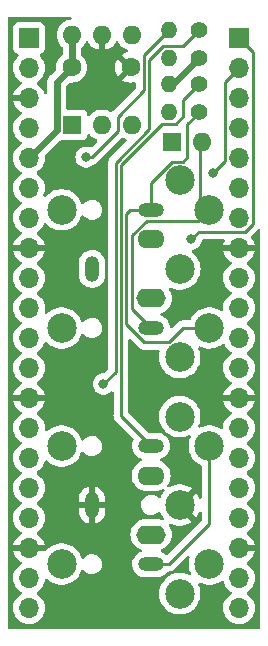
<source format=gbr>
%TF.GenerationSoftware,KiCad,Pcbnew,7.0.9*%
%TF.CreationDate,2024-05-31T08:48:14+01:00*%
%TF.ProjectId,PicoMIDIPackSingle,5069636f-4d49-4444-9950-61636b53696e,rev?*%
%TF.SameCoordinates,Original*%
%TF.FileFunction,Copper,L1,Top*%
%TF.FilePolarity,Positive*%
%FSLAX46Y46*%
G04 Gerber Fmt 4.6, Leading zero omitted, Abs format (unit mm)*
G04 Created by KiCad (PCBNEW 7.0.9) date 2024-05-31 08:48:14*
%MOMM*%
%LPD*%
G01*
G04 APERTURE LIST*
%TA.AperFunction,ComponentPad*%
%ADD10C,1.400000*%
%TD*%
%TA.AperFunction,ComponentPad*%
%ADD11O,1.400000X1.400000*%
%TD*%
%TA.AperFunction,ComponentPad*%
%ADD12R,1.600000X1.600000*%
%TD*%
%TA.AperFunction,ComponentPad*%
%ADD13O,1.600000X1.600000*%
%TD*%
%TA.AperFunction,ComponentPad*%
%ADD14O,2.200000X1.200000*%
%TD*%
%TA.AperFunction,ComponentPad*%
%ADD15O,2.300000X1.600000*%
%TD*%
%TA.AperFunction,ComponentPad*%
%ADD16O,1.200000X2.200000*%
%TD*%
%TA.AperFunction,ComponentPad*%
%ADD17O,2.500000X1.600000*%
%TD*%
%TA.AperFunction,ComponentPad*%
%ADD18C,2.499360*%
%TD*%
%TA.AperFunction,WasherPad*%
%ADD19C,2.499360*%
%TD*%
%TA.AperFunction,ComponentPad*%
%ADD20C,1.600000*%
%TD*%
%TA.AperFunction,ComponentPad*%
%ADD21R,1.700000X1.700000*%
%TD*%
%TA.AperFunction,ComponentPad*%
%ADD22O,1.700000X1.700000*%
%TD*%
%TA.AperFunction,ViaPad*%
%ADD23C,0.800000*%
%TD*%
%TA.AperFunction,Conductor*%
%ADD24C,0.250000*%
%TD*%
%TA.AperFunction,Conductor*%
%ADD25C,0.600000*%
%TD*%
G04 APERTURE END LIST*
D10*
%TO.P,R3,1*%
%TO.N,Net-(J2-Pad5)*%
X55500000Y-75200000D03*
D11*
%TO.P,R3,2*%
%TO.N,Net-(JP2-C)*%
X52960000Y-75200000D03*
%TD*%
D10*
%TO.P,R1,1*%
%TO.N,Net-(J1-Pad4)*%
X55500000Y-82110000D03*
D11*
%TO.P,R1,2*%
%TO.N,Net-(D1-K)*%
X52960000Y-82110000D03*
%TD*%
D12*
%TO.P,D1,1,K*%
%TO.N,Net-(D1-K)*%
X53200000Y-84680000D03*
D13*
%TO.P,D1,2,A*%
%TO.N,Net-(D1-A)*%
X55740000Y-84680000D03*
%TD*%
D12*
%TO.P,U1,1*%
%TO.N,Net-(D1-K)*%
X44740000Y-83240000D03*
D13*
%TO.P,U1,2*%
%TO.N,Net-(D1-A)*%
X47280000Y-83240000D03*
%TO.P,U1,3*%
%TO.N,unconnected-(U1-Pad3)*%
X49820000Y-83240000D03*
%TO.P,U1,4*%
%TO.N,Net-(JP1-C)*%
X49820000Y-75620000D03*
%TO.P,U1,5*%
%TO.N,GND*%
X47280000Y-75620000D03*
%TO.P,U1,6*%
%TO.N,+3.3V*%
X44740000Y-75620000D03*
%TD*%
D14*
%TO.P,J4,R*%
%TO.N,Net-(J2-Pad4)*%
X51435000Y-110425000D03*
D15*
%TO.P,J4,RN*%
%TO.N,N/C*%
X51435000Y-112925000D03*
D16*
%TO.P,J4,S*%
%TO.N,GND*%
X46435000Y-115425000D03*
D14*
%TO.P,J4,T*%
%TO.N,Net-(J2-Pad5)*%
X51435000Y-120425000D03*
D17*
%TO.P,J4,TN*%
%TO.N,N/C*%
X51435000Y-117925000D03*
%TD*%
D14*
%TO.P,J3,R*%
%TO.N,Net-(J1-Pad4)*%
X51435000Y-90425000D03*
D15*
%TO.P,J3,RN*%
%TO.N,N/C*%
X51435000Y-92925000D03*
D16*
%TO.P,J3,S*%
%TO.N,unconnected-(J3-PadS)*%
X46435000Y-95425000D03*
D14*
%TO.P,J3,T*%
%TO.N,Net-(D1-A)*%
X51435000Y-100425000D03*
D17*
%TO.P,J3,TN*%
%TO.N,N/C*%
X51435000Y-97925000D03*
%TD*%
D18*
%TO.P,J1,5*%
%TO.N,Net-(D1-A)*%
X56364100Y-90428820D03*
%TO.P,J1,4*%
%TO.N,Net-(J1-Pad4)*%
X56364100Y-100421180D03*
%TO.P,J1,3*%
%TO.N,unconnected-(J1-Pad3)*%
X53862200Y-87926920D03*
%TO.P,J1,2*%
%TO.N,unconnected-(J1-Pad2)*%
X53864740Y-95425000D03*
%TO.P,J1,1*%
%TO.N,unconnected-(J1-Pad1)*%
X53862200Y-102923080D03*
D19*
%TO.P,J1,*%
%TO.N,*%
X43867300Y-100426260D03*
X43867300Y-90423740D03*
%TD*%
D10*
%TO.P,R2,1*%
%TO.N,Net-(J2-Pad4)*%
X55500000Y-79810000D03*
D11*
%TO.P,R2,2*%
%TO.N,+3.3V*%
X52960000Y-79810000D03*
%TD*%
D19*
%TO.P,J2,*%
%TO.N,*%
X43867300Y-110423740D03*
X43867300Y-120426260D03*
D18*
%TO.P,J2,1*%
%TO.N,unconnected-(J2-Pad1)*%
X53862200Y-122923080D03*
%TO.P,J2,2*%
%TO.N,GND*%
X53864740Y-115425000D03*
%TO.P,J2,3*%
%TO.N,unconnected-(J2-Pad3)*%
X53862200Y-107926920D03*
%TO.P,J2,4*%
%TO.N,Net-(J2-Pad4)*%
X56364100Y-120421180D03*
%TO.P,J2,5*%
%TO.N,Net-(J2-Pad5)*%
X56364100Y-110428820D03*
%TD*%
D10*
%TO.P,R4,1*%
%TO.N,+3.3V*%
X55500000Y-77570000D03*
D11*
%TO.P,R4,2*%
%TO.N,Net-(JP1-C)*%
X52960000Y-77570000D03*
%TD*%
D20*
%TO.P,C1,1*%
%TO.N,+3.3V*%
X44700000Y-78360000D03*
%TO.P,C1,2*%
%TO.N,GND*%
X49700000Y-78360000D03*
%TD*%
D21*
%TO.P,J5,1,Pin_1*%
%TO.N,/TX0*%
X58890000Y-75870000D03*
D22*
%TO.P,J5,2,Pin_2*%
%TO.N,/RX0*%
X58890000Y-78410000D03*
%TO.P,J5,3,Pin_3*%
%TO.N,GND*%
X58890000Y-80950000D03*
%TO.P,J5,4,Pin_4*%
%TO.N,Net-(J5-Pin_4)*%
X58890000Y-83490000D03*
%TO.P,J5,5,Pin_5*%
%TO.N,Net-(J5-Pin_5)*%
X58890000Y-86030000D03*
%TO.P,J5,6,Pin_6*%
%TO.N,/TX1*%
X58890000Y-88570000D03*
%TO.P,J5,7,Pin_7*%
%TO.N,/RX1*%
X58890000Y-91110000D03*
%TO.P,J5,8,Pin_8*%
%TO.N,GND*%
X58890000Y-93650000D03*
%TO.P,J5,9,Pin_9*%
%TO.N,Net-(J5-Pin_9)*%
X58890000Y-96190000D03*
%TO.P,J5,10,Pin_10*%
%TO.N,Net-(J5-Pin_10)*%
X58890000Y-98730000D03*
%TO.P,J5,11,Pin_11*%
%TO.N,Net-(J5-Pin_11)*%
X58890000Y-101270000D03*
%TO.P,J5,12,Pin_12*%
%TO.N,Net-(J5-Pin_12)*%
X58890000Y-103810000D03*
%TO.P,J5,13,Pin_13*%
%TO.N,GND*%
X58890000Y-106350000D03*
%TO.P,J5,14,Pin_14*%
%TO.N,Net-(J5-Pin_14)*%
X58890000Y-108890000D03*
%TO.P,J5,15,Pin_15*%
%TO.N,Net-(J5-Pin_15)*%
X58890000Y-111430000D03*
%TO.P,J5,16,Pin_16*%
%TO.N,Net-(J5-Pin_16)*%
X58890000Y-113970000D03*
%TO.P,J5,17,Pin_17*%
%TO.N,Net-(J5-Pin_17)*%
X58890000Y-116510000D03*
%TO.P,J5,18,Pin_18*%
%TO.N,GND*%
X58890000Y-119050000D03*
%TO.P,J5,19,Pin_19*%
%TO.N,Net-(J5-Pin_19)*%
X58890000Y-121590000D03*
%TO.P,J5,20,Pin_20*%
%TO.N,Net-(J5-Pin_20)*%
X58890000Y-124130000D03*
%TD*%
D21*
%TO.P,J6,1,Pin_1*%
%TO.N,Net-(J6-Pin_1)*%
X41110000Y-75870000D03*
D22*
%TO.P,J6,2,Pin_2*%
%TO.N,Net-(J6-Pin_2)*%
X41110000Y-78410000D03*
%TO.P,J6,3,Pin_3*%
%TO.N,GND*%
X41110000Y-80950000D03*
%TO.P,J6,4,Pin_4*%
%TO.N,Net-(J6-Pin_4)*%
X41110000Y-83490000D03*
%TO.P,J6,5,Pin_5*%
%TO.N,+3.3V*%
X41110000Y-86030000D03*
%TO.P,J6,6,Pin_6*%
%TO.N,Net-(J6-Pin_6)*%
X41110000Y-88570000D03*
%TO.P,J6,7,Pin_7*%
%TO.N,Net-(J6-Pin_7)*%
X41110000Y-91110000D03*
%TO.P,J6,8,Pin_8*%
%TO.N,GND*%
X41110000Y-93650000D03*
%TO.P,J6,9,Pin_9*%
%TO.N,Net-(J6-Pin_9)*%
X41110000Y-96190000D03*
%TO.P,J6,10,Pin_10*%
%TO.N,Net-(J6-Pin_10)*%
X41110000Y-98730000D03*
%TO.P,J6,11,Pin_11*%
%TO.N,Net-(J6-Pin_11)*%
X41110000Y-101270000D03*
%TO.P,J6,12,Pin_12*%
%TO.N,Net-(J6-Pin_12)*%
X41110000Y-103810000D03*
%TO.P,J6,13,Pin_13*%
%TO.N,GND*%
X41110000Y-106350000D03*
%TO.P,J6,14,Pin_14*%
%TO.N,Net-(J6-Pin_14)*%
X41110000Y-108890000D03*
%TO.P,J6,15,Pin_15*%
%TO.N,Net-(J6-Pin_15)*%
X41110000Y-111430000D03*
%TO.P,J6,16,Pin_16*%
%TO.N,Net-(J6-Pin_16)*%
X41110000Y-113970000D03*
%TO.P,J6,17,Pin_17*%
%TO.N,Net-(J6-Pin_17)*%
X41110000Y-116510000D03*
%TO.P,J6,18,Pin_18*%
%TO.N,GND*%
X41110000Y-119050000D03*
%TO.P,J6,19,Pin_19*%
%TO.N,Net-(J6-Pin_19)*%
X41110000Y-121590000D03*
%TO.P,J6,20,Pin_20*%
%TO.N,Net-(J6-Pin_20)*%
X41110000Y-124130000D03*
%TD*%
D23*
%TO.N,Net-(J2-Pad5)*%
X47400000Y-105170000D03*
%TO.N,/TX0*%
X54850000Y-92910000D03*
%TO.N,/RX0*%
X56683027Y-87333027D03*
%TO.N,Net-(JP2-C)*%
X45930000Y-85970000D03*
%TD*%
D24*
%TO.N,Net-(J2-Pad4)*%
X54149314Y-82510000D02*
X53520000Y-83139314D01*
X54160000Y-82510000D02*
X54149314Y-82510000D01*
X52356372Y-83139314D02*
X53520000Y-83139314D01*
X54160000Y-81150000D02*
X54160000Y-82510000D01*
X55500000Y-79810000D02*
X54160000Y-81150000D01*
%TO.N,Net-(J1-Pad4)*%
X54480686Y-85981314D02*
X54480686Y-83189314D01*
X54109760Y-86352240D02*
X54480686Y-85981314D01*
X54480686Y-83189314D02*
X55560000Y-82110000D01*
X51435000Y-88127186D02*
X53209946Y-86352240D01*
X51435000Y-90425000D02*
X51435000Y-88127186D01*
X53209946Y-86352240D02*
X54109760Y-86352240D01*
D25*
%TO.N,+3.3V*%
X53280000Y-79810000D02*
X55520000Y-77570000D01*
X44740000Y-75620000D02*
X44740000Y-78320000D01*
X52950000Y-79810000D02*
X53280000Y-79810000D01*
X52950000Y-79771522D02*
X52950000Y-79810000D01*
X41110000Y-86030000D02*
X43440000Y-83700000D01*
X43440000Y-79620000D02*
X44700000Y-78360000D01*
X44740000Y-78320000D02*
X44700000Y-78360000D01*
X43440000Y-83700000D02*
X43440000Y-79620000D01*
D24*
%TO.N,Net-(D1-A)*%
X49860000Y-98850000D02*
X49860000Y-92559010D01*
X51435000Y-100425000D02*
X49860000Y-98850000D01*
X55605686Y-89670406D02*
X56364100Y-90428820D01*
X55605686Y-84680000D02*
X55605686Y-89670406D01*
X49860000Y-92559010D02*
X51059010Y-91360000D01*
X55432920Y-91360000D02*
X56364100Y-90428820D01*
X51059010Y-91360000D02*
X55432920Y-91360000D01*
%TO.N,Net-(J1-Pad4)*%
X56364100Y-100421180D02*
X54137166Y-100421180D01*
X49330000Y-100128148D02*
X49330000Y-90760000D01*
X49665000Y-90425000D02*
X51435000Y-90425000D01*
X54137166Y-100421180D02*
X52914173Y-101644173D01*
X50846025Y-101644173D02*
X49330000Y-100128148D01*
X52914173Y-101644173D02*
X50846025Y-101644173D01*
X49330000Y-90760000D02*
X49665000Y-90425000D01*
%TO.N,Net-(J2-Pad4)*%
X48880000Y-86615686D02*
X52356372Y-83139314D01*
X48880000Y-107870000D02*
X48880000Y-86615686D01*
X51435000Y-110425000D02*
X48880000Y-107870000D01*
%TO.N,Net-(J2-Pad5)*%
X56364100Y-110428820D02*
X56364100Y-116995900D01*
X48430000Y-104140000D02*
X47400000Y-105170000D01*
X52485000Y-76545000D02*
X51275000Y-77755000D01*
X51275000Y-83584290D02*
X48430000Y-86429290D01*
X55480000Y-75200000D02*
X54135000Y-76545000D01*
X56364100Y-116995900D02*
X52935000Y-120425000D01*
X51275000Y-77755000D02*
X51275000Y-83584290D01*
X52935000Y-120425000D02*
X51435000Y-120425000D01*
X54135000Y-76545000D02*
X52485000Y-76545000D01*
X48430000Y-86429290D02*
X48430000Y-104140000D01*
%TO.N,/TX0*%
X60065000Y-77045000D02*
X60065000Y-91596701D01*
X60065000Y-91596701D02*
X59376701Y-92285000D01*
X55475000Y-92285000D02*
X54850000Y-92910000D01*
X58890000Y-75870000D02*
X60065000Y-77045000D01*
X59376701Y-92285000D02*
X55475000Y-92285000D01*
%TO.N,/RX0*%
X57715000Y-79585000D02*
X57715000Y-86301054D01*
X58890000Y-78410000D02*
X57715000Y-79585000D01*
X57715000Y-86301054D02*
X56683027Y-87333027D01*
%TO.N,Net-(JP2-C)*%
X48610000Y-83790991D02*
X48610000Y-82530000D01*
X45930000Y-85970000D02*
X46430991Y-85970000D01*
X50825000Y-80315000D02*
X50825000Y-78190000D01*
X50825000Y-77315000D02*
X50825000Y-78190000D01*
X45910000Y-85950000D02*
X45930000Y-85970000D01*
X48610000Y-82530000D02*
X50825000Y-80315000D01*
X52940000Y-75200000D02*
X50825000Y-77315000D01*
X46430991Y-85970000D02*
X48610000Y-83790991D01*
%TD*%
%TA.AperFunction,Conductor*%
%TO.N,GND*%
G36*
X44647687Y-74099685D02*
G01*
X44693442Y-74152489D01*
X44703386Y-74221647D01*
X44674361Y-74285203D01*
X44615583Y-74322977D01*
X44591455Y-74327528D01*
X44513313Y-74334364D01*
X44513302Y-74334366D01*
X44293511Y-74393258D01*
X44293502Y-74393261D01*
X44087267Y-74489431D01*
X44087265Y-74489432D01*
X43900858Y-74619954D01*
X43739954Y-74780858D01*
X43609432Y-74967265D01*
X43609431Y-74967267D01*
X43513261Y-75173502D01*
X43513258Y-75173511D01*
X43454366Y-75393302D01*
X43454364Y-75393313D01*
X43434532Y-75619998D01*
X43434532Y-75620001D01*
X43454364Y-75846686D01*
X43454366Y-75846697D01*
X43513258Y-76066488D01*
X43513261Y-76066497D01*
X43609431Y-76272732D01*
X43609432Y-76272734D01*
X43739954Y-76459141D01*
X43903181Y-76622368D01*
X43936666Y-76683691D01*
X43939500Y-76710049D01*
X43939500Y-77240338D01*
X43919815Y-77307377D01*
X43886626Y-77341911D01*
X43860866Y-77359949D01*
X43860863Y-77359951D01*
X43699951Y-77520862D01*
X43569432Y-77707265D01*
X43569431Y-77707267D01*
X43473261Y-77913502D01*
X43473258Y-77913511D01*
X43414366Y-78133302D01*
X43414364Y-78133313D01*
X43394532Y-78359998D01*
X43394532Y-78360002D01*
X43403441Y-78461838D01*
X43389674Y-78530338D01*
X43367594Y-78560326D01*
X42937738Y-78990184D01*
X42810186Y-79117735D01*
X42810183Y-79117739D01*
X42787966Y-79153096D01*
X42783941Y-79158769D01*
X42757910Y-79191410D01*
X42739791Y-79229033D01*
X42736427Y-79235120D01*
X42714212Y-79270476D01*
X42714208Y-79270483D01*
X42700416Y-79309895D01*
X42697755Y-79316320D01*
X42679639Y-79353939D01*
X42670344Y-79394659D01*
X42668419Y-79401341D01*
X42654632Y-79440744D01*
X42649955Y-79482235D01*
X42648791Y-79489089D01*
X42639500Y-79529806D01*
X42639500Y-80500296D01*
X42619815Y-80567335D01*
X42567011Y-80613090D01*
X42497853Y-80623034D01*
X42434297Y-80594009D01*
X42396523Y-80535231D01*
X42395725Y-80532390D01*
X42383432Y-80486514D01*
X42383429Y-80486507D01*
X42283600Y-80272422D01*
X42283599Y-80272420D01*
X42148113Y-80078926D01*
X42148108Y-80078920D01*
X41981078Y-79911890D01*
X41795405Y-79781879D01*
X41751780Y-79727302D01*
X41744588Y-79657804D01*
X41776110Y-79595449D01*
X41795406Y-79578730D01*
X41981401Y-79448495D01*
X42148495Y-79281401D01*
X42284035Y-79087830D01*
X42383903Y-78873663D01*
X42445063Y-78645408D01*
X42465659Y-78410000D01*
X42445063Y-78174592D01*
X42383903Y-77946337D01*
X42284035Y-77732171D01*
X42266769Y-77707513D01*
X42148496Y-77538600D01*
X42130754Y-77520858D01*
X42026567Y-77416671D01*
X41993084Y-77355351D01*
X41998068Y-77285659D01*
X42039939Y-77229725D01*
X42070915Y-77212810D01*
X42202331Y-77163796D01*
X42317546Y-77077546D01*
X42403796Y-76962331D01*
X42454091Y-76827483D01*
X42460500Y-76767873D01*
X42460499Y-74972128D01*
X42454091Y-74912517D01*
X42433618Y-74857627D01*
X42403797Y-74777671D01*
X42403793Y-74777664D01*
X42317547Y-74662455D01*
X42317544Y-74662452D01*
X42202335Y-74576206D01*
X42202328Y-74576202D01*
X42067482Y-74525908D01*
X42067483Y-74525908D01*
X42007883Y-74519501D01*
X42007881Y-74519500D01*
X42007873Y-74519500D01*
X42007864Y-74519500D01*
X40212129Y-74519500D01*
X40212123Y-74519501D01*
X40152516Y-74525908D01*
X40017671Y-74576202D01*
X40017664Y-74576206D01*
X39902455Y-74662452D01*
X39902452Y-74662455D01*
X39816206Y-74777664D01*
X39816202Y-74777671D01*
X39765908Y-74912517D01*
X39759995Y-74967520D01*
X39759501Y-74972123D01*
X39759500Y-74972135D01*
X39759500Y-76767870D01*
X39759501Y-76767876D01*
X39765908Y-76827483D01*
X39816202Y-76962328D01*
X39816206Y-76962335D01*
X39902452Y-77077544D01*
X39902455Y-77077547D01*
X40017664Y-77163793D01*
X40017671Y-77163797D01*
X40149081Y-77212810D01*
X40205015Y-77254681D01*
X40229432Y-77320145D01*
X40214580Y-77388418D01*
X40193430Y-77416673D01*
X40071503Y-77538600D01*
X39935965Y-77732169D01*
X39935964Y-77732171D01*
X39836098Y-77946335D01*
X39836094Y-77946344D01*
X39774938Y-78174586D01*
X39774936Y-78174596D01*
X39754341Y-78409999D01*
X39754341Y-78410000D01*
X39774936Y-78645403D01*
X39774938Y-78645413D01*
X39836094Y-78873655D01*
X39836096Y-78873659D01*
X39836097Y-78873663D01*
X39900829Y-79012481D01*
X39935965Y-79087830D01*
X39935967Y-79087834D01*
X40013904Y-79199139D01*
X40071505Y-79281401D01*
X40238599Y-79448495D01*
X40419332Y-79575046D01*
X40424594Y-79578730D01*
X40468219Y-79633307D01*
X40475413Y-79702805D01*
X40443890Y-79765160D01*
X40424595Y-79781880D01*
X40238922Y-79911890D01*
X40238920Y-79911891D01*
X40071891Y-80078920D01*
X40071886Y-80078926D01*
X39936400Y-80272420D01*
X39936399Y-80272422D01*
X39836570Y-80486507D01*
X39836567Y-80486513D01*
X39779364Y-80699999D01*
X39779364Y-80700000D01*
X40676314Y-80700000D01*
X40650507Y-80740156D01*
X40610000Y-80878111D01*
X40610000Y-81021889D01*
X40650507Y-81159844D01*
X40676314Y-81200000D01*
X39779364Y-81200000D01*
X39836567Y-81413486D01*
X39836570Y-81413492D01*
X39936399Y-81627578D01*
X40071894Y-81821082D01*
X40238917Y-81988105D01*
X40424595Y-82118119D01*
X40468219Y-82172696D01*
X40475412Y-82242195D01*
X40443890Y-82304549D01*
X40424595Y-82321269D01*
X40238594Y-82451508D01*
X40071505Y-82618597D01*
X39935965Y-82812169D01*
X39935964Y-82812171D01*
X39836098Y-83026335D01*
X39836094Y-83026344D01*
X39774938Y-83254586D01*
X39774936Y-83254596D01*
X39754341Y-83489999D01*
X39754341Y-83490000D01*
X39774936Y-83725403D01*
X39774938Y-83725413D01*
X39836094Y-83953655D01*
X39836096Y-83953659D01*
X39836097Y-83953663D01*
X39910120Y-84112406D01*
X39935965Y-84167830D01*
X39935967Y-84167834D01*
X40071501Y-84361395D01*
X40071506Y-84361402D01*
X40238597Y-84528493D01*
X40238603Y-84528498D01*
X40424158Y-84658425D01*
X40467783Y-84713002D01*
X40474977Y-84782500D01*
X40443454Y-84844855D01*
X40424158Y-84861575D01*
X40238597Y-84991505D01*
X40071505Y-85158597D01*
X39935965Y-85352169D01*
X39935964Y-85352171D01*
X39836098Y-85566335D01*
X39836094Y-85566344D01*
X39774938Y-85794586D01*
X39774936Y-85794596D01*
X39754341Y-86029999D01*
X39754341Y-86030000D01*
X39774936Y-86265403D01*
X39774938Y-86265413D01*
X39836094Y-86493655D01*
X39836096Y-86493659D01*
X39836097Y-86493663D01*
X39935965Y-86707830D01*
X39935967Y-86707834D01*
X40071501Y-86901395D01*
X40071506Y-86901402D01*
X40238597Y-87068493D01*
X40238603Y-87068498D01*
X40424158Y-87198425D01*
X40467783Y-87253002D01*
X40474977Y-87322500D01*
X40443454Y-87384855D01*
X40424158Y-87401575D01*
X40238597Y-87531505D01*
X40071505Y-87698597D01*
X39935965Y-87892169D01*
X39935964Y-87892171D01*
X39836098Y-88106335D01*
X39836094Y-88106344D01*
X39774938Y-88334586D01*
X39774936Y-88334596D01*
X39754341Y-88569999D01*
X39754341Y-88570000D01*
X39774936Y-88805403D01*
X39774938Y-88805413D01*
X39836094Y-89033655D01*
X39836096Y-89033659D01*
X39836097Y-89033663D01*
X39923951Y-89222065D01*
X39935965Y-89247830D01*
X39935967Y-89247834D01*
X40071501Y-89441395D01*
X40071506Y-89441402D01*
X40238597Y-89608493D01*
X40238603Y-89608498D01*
X40424158Y-89738425D01*
X40467783Y-89793002D01*
X40474977Y-89862500D01*
X40443454Y-89924855D01*
X40424158Y-89941575D01*
X40238597Y-90071505D01*
X40071505Y-90238597D01*
X39935965Y-90432169D01*
X39935964Y-90432171D01*
X39836098Y-90646335D01*
X39836094Y-90646344D01*
X39774938Y-90874586D01*
X39774936Y-90874596D01*
X39754341Y-91109999D01*
X39754341Y-91110000D01*
X39774936Y-91345403D01*
X39774938Y-91345413D01*
X39836094Y-91573655D01*
X39836096Y-91573659D01*
X39836097Y-91573663D01*
X39876124Y-91659500D01*
X39935965Y-91787830D01*
X39935967Y-91787834D01*
X39995032Y-91872187D01*
X40061619Y-91967283D01*
X40071501Y-91981395D01*
X40071506Y-91981402D01*
X40238597Y-92148493D01*
X40238603Y-92148498D01*
X40424594Y-92278730D01*
X40468219Y-92333307D01*
X40475413Y-92402805D01*
X40443890Y-92465160D01*
X40424595Y-92481880D01*
X40238922Y-92611890D01*
X40238920Y-92611891D01*
X40071891Y-92778920D01*
X40071886Y-92778926D01*
X39936400Y-92972420D01*
X39936399Y-92972422D01*
X39836570Y-93186507D01*
X39836567Y-93186513D01*
X39779364Y-93399999D01*
X39779364Y-93400000D01*
X40676314Y-93400000D01*
X40650507Y-93440156D01*
X40610000Y-93578111D01*
X40610000Y-93721889D01*
X40650507Y-93859844D01*
X40676314Y-93900000D01*
X39779364Y-93900000D01*
X39836567Y-94113486D01*
X39836570Y-94113492D01*
X39936399Y-94327578D01*
X40071894Y-94521082D01*
X40238917Y-94688105D01*
X40424595Y-94818119D01*
X40468219Y-94872696D01*
X40475412Y-94942195D01*
X40443890Y-95004549D01*
X40424595Y-95021269D01*
X40238594Y-95151508D01*
X40071505Y-95318597D01*
X39935965Y-95512169D01*
X39935964Y-95512171D01*
X39836098Y-95726335D01*
X39836094Y-95726344D01*
X39774938Y-95954586D01*
X39774936Y-95954596D01*
X39754341Y-96189999D01*
X39754341Y-96190000D01*
X39774936Y-96425403D01*
X39774938Y-96425413D01*
X39836094Y-96653655D01*
X39836096Y-96653659D01*
X39836097Y-96653663D01*
X39885909Y-96760484D01*
X39935965Y-96867830D01*
X39935967Y-96867834D01*
X40071501Y-97061395D01*
X40071506Y-97061402D01*
X40238597Y-97228493D01*
X40238603Y-97228498D01*
X40424158Y-97358425D01*
X40467783Y-97413002D01*
X40474977Y-97482500D01*
X40443454Y-97544855D01*
X40424158Y-97561575D01*
X40238597Y-97691505D01*
X40071505Y-97858597D01*
X39935965Y-98052169D01*
X39935964Y-98052171D01*
X39836098Y-98266335D01*
X39836094Y-98266344D01*
X39774938Y-98494586D01*
X39774936Y-98494596D01*
X39754341Y-98729999D01*
X39754341Y-98730000D01*
X39774936Y-98965403D01*
X39774938Y-98965413D01*
X39836094Y-99193655D01*
X39836096Y-99193659D01*
X39836097Y-99193663D01*
X39907078Y-99345881D01*
X39935965Y-99407830D01*
X39935967Y-99407834D01*
X40071501Y-99601395D01*
X40071506Y-99601402D01*
X40238597Y-99768493D01*
X40238603Y-99768498D01*
X40424158Y-99898425D01*
X40467783Y-99953002D01*
X40474977Y-100022500D01*
X40443454Y-100084855D01*
X40424158Y-100101575D01*
X40238597Y-100231505D01*
X40071505Y-100398597D01*
X39935965Y-100592169D01*
X39935964Y-100592171D01*
X39836098Y-100806335D01*
X39836094Y-100806344D01*
X39774938Y-101034586D01*
X39774936Y-101034596D01*
X39754341Y-101269999D01*
X39754341Y-101270000D01*
X39774936Y-101505403D01*
X39774938Y-101505413D01*
X39836094Y-101733655D01*
X39836096Y-101733659D01*
X39836097Y-101733663D01*
X39929704Y-101934404D01*
X39935965Y-101947830D01*
X39935967Y-101947834D01*
X40037894Y-102093399D01*
X40065106Y-102132263D01*
X40071501Y-102141395D01*
X40071506Y-102141402D01*
X40238597Y-102308493D01*
X40238603Y-102308498D01*
X40424158Y-102438425D01*
X40467783Y-102493002D01*
X40474977Y-102562500D01*
X40443454Y-102624855D01*
X40424158Y-102641575D01*
X40238597Y-102771505D01*
X40071505Y-102938597D01*
X39935965Y-103132169D01*
X39935964Y-103132171D01*
X39836098Y-103346335D01*
X39836094Y-103346344D01*
X39774938Y-103574586D01*
X39774936Y-103574596D01*
X39754341Y-103809999D01*
X39754341Y-103810000D01*
X39774936Y-104045403D01*
X39774938Y-104045413D01*
X39836094Y-104273655D01*
X39836096Y-104273659D01*
X39836097Y-104273663D01*
X39915075Y-104443031D01*
X39935965Y-104487830D01*
X39935967Y-104487834D01*
X40071501Y-104681395D01*
X40071506Y-104681402D01*
X40238597Y-104848493D01*
X40238603Y-104848498D01*
X40424594Y-104978730D01*
X40468219Y-105033307D01*
X40475413Y-105102805D01*
X40443890Y-105165160D01*
X40424595Y-105181880D01*
X40238922Y-105311890D01*
X40238920Y-105311891D01*
X40071891Y-105478920D01*
X40071886Y-105478926D01*
X39936400Y-105672420D01*
X39936399Y-105672422D01*
X39836570Y-105886507D01*
X39836567Y-105886513D01*
X39779364Y-106099999D01*
X39779364Y-106100000D01*
X40676314Y-106100000D01*
X40650507Y-106140156D01*
X40610000Y-106278111D01*
X40610000Y-106421889D01*
X40650507Y-106559844D01*
X40676314Y-106600000D01*
X39779364Y-106600000D01*
X39836567Y-106813486D01*
X39836570Y-106813492D01*
X39936399Y-107027578D01*
X40071894Y-107221082D01*
X40238917Y-107388105D01*
X40424595Y-107518119D01*
X40468219Y-107572696D01*
X40475412Y-107642195D01*
X40443890Y-107704549D01*
X40424595Y-107721269D01*
X40238594Y-107851508D01*
X40071505Y-108018597D01*
X39935965Y-108212169D01*
X39935964Y-108212171D01*
X39836098Y-108426335D01*
X39836094Y-108426344D01*
X39774938Y-108654586D01*
X39774936Y-108654596D01*
X39754341Y-108889999D01*
X39754341Y-108890000D01*
X39774936Y-109125403D01*
X39774938Y-109125413D01*
X39836094Y-109353655D01*
X39836096Y-109353659D01*
X39836097Y-109353663D01*
X39915233Y-109523370D01*
X39935965Y-109567830D01*
X39935967Y-109567834D01*
X40071501Y-109761395D01*
X40071506Y-109761402D01*
X40238597Y-109928493D01*
X40238603Y-109928498D01*
X40424158Y-110058425D01*
X40467783Y-110113002D01*
X40474977Y-110182500D01*
X40443454Y-110244855D01*
X40424158Y-110261575D01*
X40238597Y-110391505D01*
X40071505Y-110558597D01*
X39935965Y-110752169D01*
X39935964Y-110752171D01*
X39836098Y-110966335D01*
X39836094Y-110966344D01*
X39774938Y-111194586D01*
X39774936Y-111194596D01*
X39754341Y-111429999D01*
X39754341Y-111430000D01*
X39774936Y-111665403D01*
X39774938Y-111665413D01*
X39836094Y-111893655D01*
X39836096Y-111893659D01*
X39836097Y-111893663D01*
X39925719Y-112085858D01*
X39935965Y-112107830D01*
X39935967Y-112107834D01*
X40071501Y-112301395D01*
X40071506Y-112301402D01*
X40238597Y-112468493D01*
X40238603Y-112468498D01*
X40424158Y-112598425D01*
X40467783Y-112653002D01*
X40474977Y-112722500D01*
X40443454Y-112784855D01*
X40424158Y-112801575D01*
X40238597Y-112931505D01*
X40071505Y-113098597D01*
X39935965Y-113292169D01*
X39935964Y-113292171D01*
X39836098Y-113506335D01*
X39836094Y-113506344D01*
X39774938Y-113734586D01*
X39774936Y-113734596D01*
X39754341Y-113969999D01*
X39754341Y-113970000D01*
X39774936Y-114205403D01*
X39774938Y-114205413D01*
X39836094Y-114433655D01*
X39836096Y-114433659D01*
X39836097Y-114433663D01*
X39837468Y-114436603D01*
X39935965Y-114647830D01*
X39935967Y-114647834D01*
X40003256Y-114743932D01*
X40064688Y-114831666D01*
X40071501Y-114841395D01*
X40071506Y-114841402D01*
X40238597Y-115008493D01*
X40238603Y-115008498D01*
X40424158Y-115138425D01*
X40467783Y-115193002D01*
X40474977Y-115262500D01*
X40443454Y-115324855D01*
X40424158Y-115341575D01*
X40238597Y-115471505D01*
X40071505Y-115638597D01*
X39935965Y-115832169D01*
X39935964Y-115832171D01*
X39836098Y-116046335D01*
X39836094Y-116046344D01*
X39774938Y-116274586D01*
X39774936Y-116274596D01*
X39754341Y-116509999D01*
X39754341Y-116510000D01*
X39774936Y-116745403D01*
X39774938Y-116745413D01*
X39836094Y-116973655D01*
X39836096Y-116973659D01*
X39836097Y-116973663D01*
X39928487Y-117171793D01*
X39935965Y-117187830D01*
X39935967Y-117187834D01*
X40071501Y-117381395D01*
X40071506Y-117381402D01*
X40238597Y-117548493D01*
X40238603Y-117548498D01*
X40424594Y-117678730D01*
X40468219Y-117733307D01*
X40475413Y-117802805D01*
X40443890Y-117865160D01*
X40424595Y-117881880D01*
X40238922Y-118011890D01*
X40238920Y-118011891D01*
X40071891Y-118178920D01*
X40071886Y-118178926D01*
X39936400Y-118372420D01*
X39936399Y-118372422D01*
X39836570Y-118586507D01*
X39836567Y-118586513D01*
X39779364Y-118799999D01*
X39779364Y-118800000D01*
X40676314Y-118800000D01*
X40650507Y-118840156D01*
X40610000Y-118978111D01*
X40610000Y-119121889D01*
X40650507Y-119259844D01*
X40676314Y-119300000D01*
X39779364Y-119300000D01*
X39836567Y-119513486D01*
X39836570Y-119513492D01*
X39936399Y-119727578D01*
X40071894Y-119921082D01*
X40238917Y-120088105D01*
X40424595Y-120218119D01*
X40468219Y-120272696D01*
X40475412Y-120342195D01*
X40443890Y-120404549D01*
X40424595Y-120421269D01*
X40238594Y-120551508D01*
X40071505Y-120718597D01*
X39935965Y-120912169D01*
X39935964Y-120912171D01*
X39836098Y-121126335D01*
X39836094Y-121126344D01*
X39774938Y-121354586D01*
X39774936Y-121354596D01*
X39754341Y-121589999D01*
X39754341Y-121590000D01*
X39774936Y-121825403D01*
X39774938Y-121825413D01*
X39836094Y-122053655D01*
X39836096Y-122053659D01*
X39836097Y-122053663D01*
X39886418Y-122161576D01*
X39935965Y-122267830D01*
X39935967Y-122267834D01*
X40071501Y-122461395D01*
X40071506Y-122461402D01*
X40238597Y-122628493D01*
X40238603Y-122628498D01*
X40424158Y-122758425D01*
X40467783Y-122813002D01*
X40474977Y-122882500D01*
X40443454Y-122944855D01*
X40424158Y-122961575D01*
X40238597Y-123091505D01*
X40071505Y-123258597D01*
X39935965Y-123452169D01*
X39935964Y-123452171D01*
X39836098Y-123666335D01*
X39836094Y-123666344D01*
X39774938Y-123894586D01*
X39774936Y-123894596D01*
X39754341Y-124129999D01*
X39754341Y-124130000D01*
X39774936Y-124365403D01*
X39774938Y-124365413D01*
X39836094Y-124593655D01*
X39836096Y-124593659D01*
X39836097Y-124593663D01*
X39873214Y-124673260D01*
X39935965Y-124807830D01*
X39935967Y-124807834D01*
X40044281Y-124962521D01*
X40071505Y-125001401D01*
X40238599Y-125168495D01*
X40335384Y-125236265D01*
X40432165Y-125304032D01*
X40432167Y-125304033D01*
X40432170Y-125304035D01*
X40646337Y-125403903D01*
X40874592Y-125465063D01*
X41062918Y-125481539D01*
X41109999Y-125485659D01*
X41110000Y-125485659D01*
X41110001Y-125485659D01*
X41149234Y-125482226D01*
X41345408Y-125465063D01*
X41573663Y-125403903D01*
X41787830Y-125304035D01*
X41981401Y-125168495D01*
X42148495Y-125001401D01*
X42284035Y-124807830D01*
X42383903Y-124593663D01*
X42445063Y-124365408D01*
X42465659Y-124130000D01*
X42445063Y-123894592D01*
X42383903Y-123666337D01*
X42284035Y-123452171D01*
X42148495Y-123258599D01*
X42148494Y-123258597D01*
X41981402Y-123091506D01*
X41981396Y-123091501D01*
X41795842Y-122961575D01*
X41752217Y-122906998D01*
X41745023Y-122837500D01*
X41776546Y-122775145D01*
X41795842Y-122758425D01*
X41934262Y-122661502D01*
X41981401Y-122628495D01*
X42148495Y-122461401D01*
X42284035Y-122267830D01*
X42383903Y-122053663D01*
X42445063Y-121825408D01*
X42449780Y-121771485D01*
X42475232Y-121706418D01*
X42531822Y-121665439D01*
X42601584Y-121661560D01*
X42657649Y-121691394D01*
X42773021Y-121798443D01*
X42989756Y-121946211D01*
X42989761Y-121946213D01*
X42989762Y-121946214D01*
X42989763Y-121946215D01*
X43093306Y-121996078D01*
X43226090Y-122060023D01*
X43226091Y-122060023D01*
X43226094Y-122060025D01*
X43476756Y-122137344D01*
X43476757Y-122137344D01*
X43476760Y-122137345D01*
X43736134Y-122176439D01*
X43736139Y-122176439D01*
X43736142Y-122176440D01*
X43736143Y-122176440D01*
X43998457Y-122176440D01*
X43998458Y-122176440D01*
X44032162Y-122171360D01*
X44257839Y-122137345D01*
X44257840Y-122137344D01*
X44257844Y-122137344D01*
X44508506Y-122060025D01*
X44744844Y-121946211D01*
X44961579Y-121798443D01*
X45153871Y-121620023D01*
X45317422Y-121414936D01*
X45448580Y-121187764D01*
X45507290Y-121038173D01*
X45536680Y-120963289D01*
X45579496Y-120908075D01*
X45645366Y-120884774D01*
X45713376Y-120900785D01*
X45746614Y-120928313D01*
X45819899Y-121014591D01*
X45837798Y-121035664D01*
X45846663Y-121046100D01*
X45993936Y-121158054D01*
X46161833Y-121235732D01*
X46161834Y-121235732D01*
X46161836Y-121235733D01*
X46216648Y-121247797D01*
X46342503Y-121275500D01*
X46342506Y-121275500D01*
X46481107Y-121275500D01*
X46481113Y-121275500D01*
X46618910Y-121260514D01*
X46794221Y-121201444D01*
X46952736Y-121106070D01*
X47087041Y-120978849D01*
X47190858Y-120825730D01*
X47259331Y-120653875D01*
X47289260Y-120471317D01*
X47279245Y-120286593D01*
X47264876Y-120234839D01*
X47229755Y-120108343D01*
X47229752Y-120108337D01*
X47143101Y-119944897D01*
X47023337Y-119803900D01*
X46944449Y-119743931D01*
X46876064Y-119691946D01*
X46708167Y-119614268D01*
X46708163Y-119614266D01*
X46527497Y-119574500D01*
X46388887Y-119574500D01*
X46388883Y-119574500D01*
X46251088Y-119589486D01*
X46075776Y-119648557D01*
X46075774Y-119648558D01*
X45917262Y-119743931D01*
X45917261Y-119743932D01*
X45782958Y-119871151D01*
X45782955Y-119871154D01*
X45754555Y-119913042D01*
X45700641Y-119957483D01*
X45631259Y-119965721D01*
X45568437Y-119935140D01*
X45536494Y-119888757D01*
X45479653Y-119743930D01*
X45448580Y-119664756D01*
X45448579Y-119664755D01*
X45448580Y-119664755D01*
X45385798Y-119556014D01*
X45317422Y-119437584D01*
X45153871Y-119232497D01*
X44961579Y-119054077D01*
X44744844Y-118906309D01*
X44744840Y-118906307D01*
X44744837Y-118906305D01*
X44744836Y-118906304D01*
X44508508Y-118792496D01*
X44508510Y-118792496D01*
X44257845Y-118715176D01*
X44257839Y-118715174D01*
X43998465Y-118676080D01*
X43998458Y-118676080D01*
X43736142Y-118676080D01*
X43736134Y-118676080D01*
X43476760Y-118715174D01*
X43476754Y-118715176D01*
X43226090Y-118792496D01*
X42989763Y-118906304D01*
X42989762Y-118906305D01*
X42773020Y-119054077D01*
X42580731Y-119232495D01*
X42580727Y-119232499D01*
X42564128Y-119253314D01*
X42506940Y-119293454D01*
X42467182Y-119300000D01*
X41543686Y-119300000D01*
X41569493Y-119259844D01*
X41610000Y-119121889D01*
X41610000Y-118978111D01*
X41569493Y-118840156D01*
X41543686Y-118800000D01*
X42440636Y-118800000D01*
X42440635Y-118799999D01*
X42383432Y-118586513D01*
X42383429Y-118586507D01*
X42283600Y-118372422D01*
X42283599Y-118372420D01*
X42148113Y-118178926D01*
X42148108Y-118178920D01*
X41981078Y-118011890D01*
X41795405Y-117881879D01*
X41751780Y-117827302D01*
X41744588Y-117757804D01*
X41776110Y-117695449D01*
X41795406Y-117678730D01*
X41981401Y-117548495D01*
X42148495Y-117381401D01*
X42284035Y-117187830D01*
X42383903Y-116973663D01*
X42445063Y-116745408D01*
X42465659Y-116510000D01*
X42445063Y-116274592D01*
X42384805Y-116049703D01*
X42383905Y-116046344D01*
X42383904Y-116046343D01*
X42383903Y-116046337D01*
X42284035Y-115832171D01*
X42220661Y-115741662D01*
X42173984Y-115675000D01*
X45335000Y-115675000D01*
X45335000Y-115977398D01*
X45349965Y-116134122D01*
X45349966Y-116134126D01*
X45409149Y-116335686D01*
X45505413Y-116522414D01*
X45635268Y-116687537D01*
X45635271Y-116687540D01*
X45794030Y-116825105D01*
X45794041Y-116825114D01*
X45975960Y-116930144D01*
X45975967Y-116930147D01*
X46174487Y-116998856D01*
X46185000Y-117000367D01*
X46185000Y-115947532D01*
X46235000Y-115947532D01*
X46250173Y-116014008D01*
X46307095Y-116085387D01*
X46389351Y-116125000D01*
X46480649Y-116125000D01*
X46562905Y-116085387D01*
X46619827Y-116014008D01*
X46635000Y-115947532D01*
X46635000Y-115675000D01*
X46685000Y-115675000D01*
X46685000Y-116996257D01*
X46796409Y-116969229D01*
X46987507Y-116881959D01*
X47158619Y-116760110D01*
X47158625Y-116760104D01*
X47303592Y-116608067D01*
X47417166Y-116431342D01*
X47495244Y-116236314D01*
X47535000Y-116030037D01*
X47535000Y-115675000D01*
X46685000Y-115675000D01*
X46635000Y-115675000D01*
X46635000Y-114902468D01*
X46619827Y-114835992D01*
X46562905Y-114764613D01*
X46480649Y-114725000D01*
X46389351Y-114725000D01*
X46307095Y-114764613D01*
X46250173Y-114835992D01*
X46235000Y-114902468D01*
X46235000Y-115947532D01*
X46185000Y-115947532D01*
X46185000Y-115675000D01*
X45335000Y-115675000D01*
X42173984Y-115675000D01*
X42148494Y-115638597D01*
X41981402Y-115471506D01*
X41981396Y-115471501D01*
X41795842Y-115341575D01*
X41752217Y-115286998D01*
X41745023Y-115217500D01*
X41766508Y-115175000D01*
X45335000Y-115175000D01*
X46185000Y-115175000D01*
X46185000Y-113853740D01*
X46184999Y-113853740D01*
X46073594Y-113880768D01*
X46073582Y-113880772D01*
X45882497Y-113968037D01*
X45882496Y-113968038D01*
X45711380Y-114089889D01*
X45711374Y-114089895D01*
X45566407Y-114241932D01*
X45452833Y-114418657D01*
X45374755Y-114613685D01*
X45335000Y-114819962D01*
X45335000Y-115175000D01*
X41766508Y-115175000D01*
X41776546Y-115155145D01*
X41795842Y-115138425D01*
X41891496Y-115071447D01*
X41981401Y-115008495D01*
X42148495Y-114841401D01*
X42284035Y-114647830D01*
X42383903Y-114433663D01*
X42445063Y-114205408D01*
X42465659Y-113970000D01*
X42455128Y-113849632D01*
X46685000Y-113849632D01*
X46685000Y-115175000D01*
X47535000Y-115175000D01*
X47535000Y-114872601D01*
X47520034Y-114715877D01*
X47520033Y-114715873D01*
X47460850Y-114514313D01*
X47364586Y-114327585D01*
X47234731Y-114162462D01*
X47234728Y-114162459D01*
X47075969Y-114024894D01*
X47075958Y-114024885D01*
X46894039Y-113919855D01*
X46894032Y-113919852D01*
X46695516Y-113851144D01*
X46685000Y-113849632D01*
X42455128Y-113849632D01*
X42445063Y-113734592D01*
X42383903Y-113506337D01*
X42284035Y-113292171D01*
X42185675Y-113151697D01*
X42148494Y-113098597D01*
X41981402Y-112931506D01*
X41981396Y-112931501D01*
X41795842Y-112801575D01*
X41752217Y-112746998D01*
X41745023Y-112677500D01*
X41776546Y-112615145D01*
X41795842Y-112598425D01*
X41818026Y-112582891D01*
X41981401Y-112468495D01*
X42148495Y-112301401D01*
X42284035Y-112107830D01*
X42383903Y-111893663D01*
X42429094Y-111725002D01*
X42465458Y-111665344D01*
X42528305Y-111634814D01*
X42597681Y-111643108D01*
X42633209Y-111666197D01*
X42773021Y-111795923D01*
X42989756Y-111943691D01*
X42989761Y-111943693D01*
X42989762Y-111943694D01*
X42989763Y-111943695D01*
X43115281Y-112004140D01*
X43226090Y-112057503D01*
X43226091Y-112057503D01*
X43226094Y-112057505D01*
X43476756Y-112134824D01*
X43476757Y-112134824D01*
X43476760Y-112134825D01*
X43736134Y-112173919D01*
X43736139Y-112173919D01*
X43736142Y-112173920D01*
X43736143Y-112173920D01*
X43998457Y-112173920D01*
X43998458Y-112173920D01*
X43998465Y-112173919D01*
X44257839Y-112134825D01*
X44257840Y-112134824D01*
X44257844Y-112134824D01*
X44508506Y-112057505D01*
X44744844Y-111943691D01*
X44961579Y-111795923D01*
X45153871Y-111617503D01*
X45317422Y-111412416D01*
X45448580Y-111185244D01*
X45536003Y-110962491D01*
X45578818Y-110907278D01*
X45644688Y-110883977D01*
X45712699Y-110899988D01*
X45745937Y-110927516D01*
X45846663Y-111046100D01*
X45993936Y-111158054D01*
X46161833Y-111235732D01*
X46161834Y-111235732D01*
X46161836Y-111235733D01*
X46216648Y-111247797D01*
X46342503Y-111275500D01*
X46342506Y-111275500D01*
X46481107Y-111275500D01*
X46481113Y-111275500D01*
X46618910Y-111260514D01*
X46794221Y-111201444D01*
X46952736Y-111106070D01*
X47087041Y-110978849D01*
X47190858Y-110825730D01*
X47259331Y-110653875D01*
X47289260Y-110471317D01*
X47279245Y-110286593D01*
X47272299Y-110261575D01*
X47229755Y-110108343D01*
X47229752Y-110108337D01*
X47143101Y-109944897D01*
X47023337Y-109803900D01*
X46876064Y-109691946D01*
X46708167Y-109614268D01*
X46708163Y-109614266D01*
X46527497Y-109574500D01*
X46388887Y-109574500D01*
X46388883Y-109574500D01*
X46251088Y-109589486D01*
X46075776Y-109648557D01*
X46075774Y-109648558D01*
X45917262Y-109743931D01*
X45917261Y-109743932D01*
X45782958Y-109871150D01*
X45755181Y-109912119D01*
X45701266Y-109956560D01*
X45631884Y-109964797D01*
X45569062Y-109934216D01*
X45537120Y-109887833D01*
X45480643Y-109743932D01*
X45448580Y-109662236D01*
X45317422Y-109435064D01*
X45153871Y-109229977D01*
X44961579Y-109051557D01*
X44744844Y-108903789D01*
X44744840Y-108903787D01*
X44744837Y-108903785D01*
X44744836Y-108903784D01*
X44508508Y-108789976D01*
X44508510Y-108789976D01*
X44257845Y-108712656D01*
X44257839Y-108712654D01*
X43998465Y-108673560D01*
X43998458Y-108673560D01*
X43736142Y-108673560D01*
X43736134Y-108673560D01*
X43476760Y-108712654D01*
X43476754Y-108712656D01*
X43226090Y-108789976D01*
X42989763Y-108903784D01*
X42989762Y-108903785D01*
X42773020Y-109051557D01*
X42659038Y-109157317D01*
X42596505Y-109188485D01*
X42527049Y-109180898D01*
X42472720Y-109136964D01*
X42450769Y-109070632D01*
X42451168Y-109055621D01*
X42465659Y-108890000D01*
X42445063Y-108654592D01*
X42383903Y-108426337D01*
X42284035Y-108212171D01*
X42283512Y-108211423D01*
X42148494Y-108018597D01*
X41981402Y-107851506D01*
X41981401Y-107851505D01*
X41795405Y-107721269D01*
X41751781Y-107666692D01*
X41744588Y-107597193D01*
X41776110Y-107534839D01*
X41795405Y-107518119D01*
X41981082Y-107388105D01*
X42148105Y-107221082D01*
X42283600Y-107027578D01*
X42383429Y-106813492D01*
X42383432Y-106813486D01*
X42440636Y-106600000D01*
X41543686Y-106600000D01*
X41569493Y-106559844D01*
X41610000Y-106421889D01*
X41610000Y-106278111D01*
X41569493Y-106140156D01*
X41543686Y-106100000D01*
X42440636Y-106100000D01*
X42440635Y-106099999D01*
X42383432Y-105886513D01*
X42383429Y-105886507D01*
X42283600Y-105672422D01*
X42283599Y-105672420D01*
X42148113Y-105478926D01*
X42148108Y-105478920D01*
X41981078Y-105311890D01*
X41795405Y-105181879D01*
X41751780Y-105127302D01*
X41744588Y-105057804D01*
X41776110Y-104995449D01*
X41795406Y-104978730D01*
X41981401Y-104848495D01*
X42148495Y-104681401D01*
X42284035Y-104487830D01*
X42383903Y-104273663D01*
X42445063Y-104045408D01*
X42465659Y-103810000D01*
X42445063Y-103574592D01*
X42383903Y-103346337D01*
X42284035Y-103132171D01*
X42148495Y-102938599D01*
X42148494Y-102938597D01*
X41981402Y-102771506D01*
X41981396Y-102771501D01*
X41795842Y-102641575D01*
X41752217Y-102586998D01*
X41745023Y-102517500D01*
X41776546Y-102455145D01*
X41795842Y-102438425D01*
X41842498Y-102405756D01*
X41981401Y-102308495D01*
X42148495Y-102141401D01*
X42284035Y-101947830D01*
X42383903Y-101733663D01*
X42394218Y-101695162D01*
X42430581Y-101635505D01*
X42493427Y-101604974D01*
X42562803Y-101613268D01*
X42598334Y-101636358D01*
X42773021Y-101798443D01*
X42989756Y-101946211D01*
X42989761Y-101946213D01*
X42989762Y-101946214D01*
X42989763Y-101946215D01*
X43093306Y-101996078D01*
X43226090Y-102060023D01*
X43226091Y-102060023D01*
X43226094Y-102060025D01*
X43476756Y-102137344D01*
X43476757Y-102137344D01*
X43476760Y-102137345D01*
X43736134Y-102176439D01*
X43736139Y-102176439D01*
X43736142Y-102176440D01*
X43736143Y-102176440D01*
X43998457Y-102176440D01*
X43998458Y-102176440D01*
X43998465Y-102176439D01*
X44257839Y-102137345D01*
X44257840Y-102137344D01*
X44257844Y-102137344D01*
X44508506Y-102060025D01*
X44744844Y-101946211D01*
X44961579Y-101798443D01*
X45153871Y-101620023D01*
X45317422Y-101414936D01*
X45448580Y-101187764D01*
X45508695Y-101034592D01*
X45536680Y-100963289D01*
X45579496Y-100908075D01*
X45645366Y-100884774D01*
X45713376Y-100900785D01*
X45746614Y-100928313D01*
X45846663Y-101046100D01*
X45993936Y-101158054D01*
X46161833Y-101235732D01*
X46161834Y-101235732D01*
X46161836Y-101235733D01*
X46216648Y-101247797D01*
X46342503Y-101275500D01*
X46342506Y-101275500D01*
X46481107Y-101275500D01*
X46481113Y-101275500D01*
X46618910Y-101260514D01*
X46794221Y-101201444D01*
X46952736Y-101106070D01*
X47087041Y-100978849D01*
X47190858Y-100825730D01*
X47259331Y-100653875D01*
X47289260Y-100471317D01*
X47279245Y-100286593D01*
X47273991Y-100267670D01*
X47229755Y-100108343D01*
X47229752Y-100108337D01*
X47143101Y-99944897D01*
X47023337Y-99803900D01*
X47010256Y-99793956D01*
X46876064Y-99691946D01*
X46708167Y-99614268D01*
X46708163Y-99614266D01*
X46527497Y-99574500D01*
X46388887Y-99574500D01*
X46388883Y-99574500D01*
X46251088Y-99589486D01*
X46075776Y-99648557D01*
X46075774Y-99648558D01*
X45917262Y-99743931D01*
X45917261Y-99743932D01*
X45782958Y-99871151D01*
X45782955Y-99871154D01*
X45754555Y-99913042D01*
X45700641Y-99957483D01*
X45631259Y-99965721D01*
X45568437Y-99935140D01*
X45536494Y-99888757D01*
X45472550Y-99725831D01*
X45448580Y-99664756D01*
X45448579Y-99664755D01*
X45448580Y-99664755D01*
X45385798Y-99556014D01*
X45317422Y-99437584D01*
X45153871Y-99232497D01*
X44961579Y-99054077D01*
X44744844Y-98906309D01*
X44744840Y-98906307D01*
X44744837Y-98906305D01*
X44744836Y-98906304D01*
X44508508Y-98792496D01*
X44508510Y-98792496D01*
X44257845Y-98715176D01*
X44257839Y-98715174D01*
X43998465Y-98676080D01*
X43998458Y-98676080D01*
X43736142Y-98676080D01*
X43736134Y-98676080D01*
X43476760Y-98715174D01*
X43476754Y-98715176D01*
X43226090Y-98792496D01*
X42989763Y-98906304D01*
X42989762Y-98906305D01*
X42773020Y-99054077D01*
X42620442Y-99195649D01*
X42557910Y-99226817D01*
X42488453Y-99219230D01*
X42434124Y-99175296D01*
X42412173Y-99108965D01*
X42416326Y-99072657D01*
X42420905Y-99055567D01*
X42445063Y-98965408D01*
X42465659Y-98730000D01*
X42445063Y-98494592D01*
X42383903Y-98266337D01*
X42284035Y-98052171D01*
X42194990Y-97925000D01*
X42148494Y-97858597D01*
X41981402Y-97691506D01*
X41981396Y-97691501D01*
X41795842Y-97561575D01*
X41752217Y-97506998D01*
X41745023Y-97437500D01*
X41776546Y-97375145D01*
X41795842Y-97358425D01*
X41918888Y-97272267D01*
X41981401Y-97228495D01*
X42148495Y-97061401D01*
X42284035Y-96867830D01*
X42383903Y-96653663D01*
X42445063Y-96425408D01*
X42465659Y-96190000D01*
X42447061Y-95977425D01*
X45334500Y-95977425D01*
X45349472Y-96134218D01*
X45408684Y-96335875D01*
X45454839Y-96425403D01*
X45504991Y-96522686D01*
X45634905Y-96687883D01*
X45634909Y-96687887D01*
X45793746Y-96825521D01*
X45975750Y-96930601D01*
X45975752Y-96930601D01*
X45975756Y-96930604D01*
X46174367Y-96999344D01*
X46382398Y-97029254D01*
X46592330Y-97019254D01*
X46796576Y-96969704D01*
X46894567Y-96924953D01*
X46987743Y-96882401D01*
X46987746Y-96882399D01*
X46987753Y-96882396D01*
X47158952Y-96760486D01*
X47228179Y-96687883D01*
X47303985Y-96608379D01*
X47303986Y-96608378D01*
X47417613Y-96431572D01*
X47495725Y-96236457D01*
X47535500Y-96030085D01*
X47535500Y-94872575D01*
X47520528Y-94715782D01*
X47461316Y-94514125D01*
X47365011Y-94327318D01*
X47365009Y-94327316D01*
X47365008Y-94327313D01*
X47235094Y-94162116D01*
X47235090Y-94162112D01*
X47076253Y-94024478D01*
X46894249Y-93919398D01*
X46894245Y-93919396D01*
X46894244Y-93919396D01*
X46695633Y-93850656D01*
X46487602Y-93820746D01*
X46487598Y-93820746D01*
X46277672Y-93830745D01*
X46073421Y-93880296D01*
X46073417Y-93880298D01*
X45882256Y-93967598D01*
X45882251Y-93967601D01*
X45711046Y-94089515D01*
X45711040Y-94089520D01*
X45566014Y-94241620D01*
X45452388Y-94418425D01*
X45374274Y-94613544D01*
X45336220Y-94810992D01*
X45334500Y-94819915D01*
X45334500Y-95977425D01*
X42447061Y-95977425D01*
X42445063Y-95954592D01*
X42398626Y-95781285D01*
X42383905Y-95726344D01*
X42383904Y-95726343D01*
X42383903Y-95726337D01*
X42284035Y-95512171D01*
X42223001Y-95425004D01*
X42148494Y-95318597D01*
X41981402Y-95151506D01*
X41981401Y-95151505D01*
X41795405Y-95021269D01*
X41751781Y-94966692D01*
X41744588Y-94897193D01*
X41776110Y-94834839D01*
X41795405Y-94818119D01*
X41981082Y-94688105D01*
X42148105Y-94521082D01*
X42283600Y-94327578D01*
X42383429Y-94113492D01*
X42383432Y-94113486D01*
X42440636Y-93900000D01*
X41543686Y-93900000D01*
X41569493Y-93859844D01*
X41610000Y-93721889D01*
X41610000Y-93578111D01*
X41569493Y-93440156D01*
X41543686Y-93400000D01*
X42440636Y-93400000D01*
X42440635Y-93399999D01*
X42383432Y-93186513D01*
X42383429Y-93186507D01*
X42283600Y-92972422D01*
X42283599Y-92972420D01*
X42148113Y-92778926D01*
X42148108Y-92778920D01*
X41981078Y-92611890D01*
X41795405Y-92481879D01*
X41751780Y-92427302D01*
X41744588Y-92357804D01*
X41776110Y-92295449D01*
X41795406Y-92278730D01*
X41804639Y-92272265D01*
X41981401Y-92148495D01*
X42148495Y-91981401D01*
X42284035Y-91787830D01*
X42359060Y-91626937D01*
X42405232Y-91574498D01*
X42472426Y-91555346D01*
X42539307Y-91575562D01*
X42568388Y-91602028D01*
X42580731Y-91617506D01*
X42695164Y-91723683D01*
X42773021Y-91795923D01*
X42989756Y-91943691D01*
X42989761Y-91943693D01*
X42989762Y-91943694D01*
X42989763Y-91943695D01*
X43104268Y-91998837D01*
X43226090Y-92057503D01*
X43226091Y-92057503D01*
X43226094Y-92057505D01*
X43476756Y-92134824D01*
X43476757Y-92134824D01*
X43476760Y-92134825D01*
X43736134Y-92173919D01*
X43736139Y-92173919D01*
X43736142Y-92173920D01*
X43736143Y-92173920D01*
X43998457Y-92173920D01*
X43998458Y-92173920D01*
X43998465Y-92173919D01*
X44257839Y-92134825D01*
X44257840Y-92134824D01*
X44257844Y-92134824D01*
X44508506Y-92057505D01*
X44744844Y-91943691D01*
X44961579Y-91795923D01*
X45153871Y-91617503D01*
X45317422Y-91412416D01*
X45448580Y-91185244D01*
X45536003Y-90962491D01*
X45578818Y-90907278D01*
X45644688Y-90883977D01*
X45712699Y-90899988D01*
X45745937Y-90927516D01*
X45846663Y-91046100D01*
X45993936Y-91158054D01*
X46161833Y-91235732D01*
X46161834Y-91235732D01*
X46161836Y-91235733D01*
X46216648Y-91247797D01*
X46342503Y-91275500D01*
X46342506Y-91275500D01*
X46481107Y-91275500D01*
X46481113Y-91275500D01*
X46618910Y-91260514D01*
X46794221Y-91201444D01*
X46952736Y-91106070D01*
X47087041Y-90978849D01*
X47190858Y-90825730D01*
X47259331Y-90653875D01*
X47289260Y-90471317D01*
X47279245Y-90286593D01*
X47265919Y-90238597D01*
X47229755Y-90108343D01*
X47229752Y-90108337D01*
X47143101Y-89944897D01*
X47023337Y-89803900D01*
X46961250Y-89756703D01*
X46876064Y-89691946D01*
X46708167Y-89614268D01*
X46708163Y-89614266D01*
X46527497Y-89574500D01*
X46388887Y-89574500D01*
X46388883Y-89574500D01*
X46251088Y-89589486D01*
X46075776Y-89648557D01*
X46075774Y-89648558D01*
X45917262Y-89743931D01*
X45917261Y-89743932D01*
X45782958Y-89871150D01*
X45755181Y-89912119D01*
X45701266Y-89956560D01*
X45631884Y-89964797D01*
X45569062Y-89934216D01*
X45537120Y-89887833D01*
X45480643Y-89743932D01*
X45448580Y-89662236D01*
X45317422Y-89435064D01*
X45153871Y-89229977D01*
X44961579Y-89051557D01*
X44744844Y-88903789D01*
X44744840Y-88903787D01*
X44744837Y-88903785D01*
X44744836Y-88903784D01*
X44508508Y-88789976D01*
X44508510Y-88789976D01*
X44257845Y-88712656D01*
X44257839Y-88712654D01*
X43998465Y-88673560D01*
X43998458Y-88673560D01*
X43736142Y-88673560D01*
X43736134Y-88673560D01*
X43476760Y-88712654D01*
X43476754Y-88712656D01*
X43226090Y-88789976D01*
X42989763Y-88903784D01*
X42989762Y-88903785D01*
X42773020Y-89051557D01*
X42580731Y-89229975D01*
X42580727Y-89229979D01*
X42536053Y-89285998D01*
X42478864Y-89326138D01*
X42409053Y-89328987D01*
X42348783Y-89293641D01*
X42317191Y-89231321D01*
X42324306Y-89161815D01*
X42326709Y-89156314D01*
X42383903Y-89033663D01*
X42445063Y-88805408D01*
X42465659Y-88570000D01*
X42445063Y-88334592D01*
X42384183Y-88107381D01*
X42383905Y-88106344D01*
X42383904Y-88106343D01*
X42383903Y-88106337D01*
X42284035Y-87892171D01*
X42265179Y-87865241D01*
X42148494Y-87698597D01*
X41981402Y-87531506D01*
X41981396Y-87531501D01*
X41795842Y-87401575D01*
X41752217Y-87346998D01*
X41745023Y-87277500D01*
X41776546Y-87215145D01*
X41795842Y-87198425D01*
X41818026Y-87182891D01*
X41981401Y-87068495D01*
X42148495Y-86901401D01*
X42284035Y-86707830D01*
X42383903Y-86493663D01*
X42445063Y-86265408D01*
X42465659Y-86030000D01*
X42452710Y-85882005D01*
X42466476Y-85813508D01*
X42488554Y-85783522D01*
X43707318Y-84564758D01*
X43768639Y-84531275D01*
X43824265Y-84535253D01*
X43824962Y-84532306D01*
X43832513Y-84534089D01*
X43832517Y-84534091D01*
X43892127Y-84540500D01*
X45587872Y-84540499D01*
X45647483Y-84534091D01*
X45782331Y-84483796D01*
X45897546Y-84397546D01*
X45983796Y-84282331D01*
X46034091Y-84147483D01*
X46037862Y-84112401D01*
X46064599Y-84047855D01*
X46121990Y-84008006D01*
X46191816Y-84005511D01*
X46251905Y-84041163D01*
X46262726Y-84054536D01*
X46279956Y-84079143D01*
X46440858Y-84240045D01*
X46440861Y-84240047D01*
X46627266Y-84370568D01*
X46820423Y-84460639D01*
X46872861Y-84506810D01*
X46892013Y-84574004D01*
X46871797Y-84640885D01*
X46855698Y-84660701D01*
X46406887Y-85109511D01*
X46345564Y-85142996D01*
X46275872Y-85138012D01*
X46268771Y-85135110D01*
X46209802Y-85108855D01*
X46064001Y-85077865D01*
X46024646Y-85069500D01*
X45835354Y-85069500D01*
X45802897Y-85076398D01*
X45650197Y-85108855D01*
X45650192Y-85108857D01*
X45477270Y-85185848D01*
X45477265Y-85185851D01*
X45324129Y-85297111D01*
X45197466Y-85437785D01*
X45102821Y-85601715D01*
X45102818Y-85601722D01*
X45063629Y-85722335D01*
X45044326Y-85781744D01*
X45024540Y-85970000D01*
X45044326Y-86158256D01*
X45044327Y-86158259D01*
X45102818Y-86338277D01*
X45102821Y-86338284D01*
X45197467Y-86502216D01*
X45285284Y-86599746D01*
X45324129Y-86642888D01*
X45477265Y-86754148D01*
X45477270Y-86754151D01*
X45650192Y-86831142D01*
X45650197Y-86831144D01*
X45835354Y-86870500D01*
X45835355Y-86870500D01*
X46024644Y-86870500D01*
X46024646Y-86870500D01*
X46209803Y-86831144D01*
X46382730Y-86754151D01*
X46535871Y-86642888D01*
X46574717Y-86599744D01*
X46621218Y-86567425D01*
X46631113Y-86563507D01*
X46636634Y-86561618D01*
X46646217Y-86558833D01*
X46681381Y-86548618D01*
X46698620Y-86538422D01*
X46716094Y-86529862D01*
X46734718Y-86522488D01*
X46734718Y-86522487D01*
X46734723Y-86522486D01*
X46772440Y-86495082D01*
X46777296Y-86491892D01*
X46817411Y-86468170D01*
X46831580Y-86453999D01*
X46846370Y-86441368D01*
X46862578Y-86429594D01*
X46892290Y-86393676D01*
X46896203Y-86389376D01*
X48945328Y-84340252D01*
X49006649Y-84306769D01*
X49076341Y-84311753D01*
X49104130Y-84326360D01*
X49167264Y-84370567D01*
X49167266Y-84370568D01*
X49304702Y-84434656D01*
X49357141Y-84480828D01*
X49376293Y-84548022D01*
X49356077Y-84614903D01*
X49339978Y-84634719D01*
X48046208Y-85928489D01*
X48033951Y-85938310D01*
X48034134Y-85938531D01*
X48028123Y-85943503D01*
X47980772Y-85993926D01*
X47959889Y-86014809D01*
X47959877Y-86014822D01*
X47955621Y-86020307D01*
X47951837Y-86024737D01*
X47919937Y-86058708D01*
X47919936Y-86058710D01*
X47910284Y-86076266D01*
X47899610Y-86092516D01*
X47887329Y-86108351D01*
X47887324Y-86108358D01*
X47868815Y-86151128D01*
X47866245Y-86156374D01*
X47843803Y-86197196D01*
X47838822Y-86216597D01*
X47832521Y-86235000D01*
X47824562Y-86253392D01*
X47824561Y-86253395D01*
X47817271Y-86299417D01*
X47816087Y-86305136D01*
X47804501Y-86350262D01*
X47804500Y-86350272D01*
X47804500Y-86370306D01*
X47802973Y-86389705D01*
X47799840Y-86409484D01*
X47799840Y-86409485D01*
X47804225Y-86455873D01*
X47804500Y-86461711D01*
X47804500Y-103829547D01*
X47784815Y-103896586D01*
X47768181Y-103917228D01*
X47452228Y-104233181D01*
X47390905Y-104266666D01*
X47364547Y-104269500D01*
X47305354Y-104269500D01*
X47285764Y-104273664D01*
X47120197Y-104308855D01*
X47120192Y-104308857D01*
X46947270Y-104385848D01*
X46947265Y-104385851D01*
X46794129Y-104497111D01*
X46667466Y-104637785D01*
X46572821Y-104801715D01*
X46572818Y-104801722D01*
X46515305Y-104978730D01*
X46514326Y-104981744D01*
X46494540Y-105170000D01*
X46514326Y-105358256D01*
X46514327Y-105358259D01*
X46572818Y-105538277D01*
X46572821Y-105538284D01*
X46667467Y-105702216D01*
X46728651Y-105770167D01*
X46794129Y-105842888D01*
X46947265Y-105954148D01*
X46947270Y-105954151D01*
X47120192Y-106031142D01*
X47120197Y-106031144D01*
X47305354Y-106070500D01*
X47305355Y-106070500D01*
X47494644Y-106070500D01*
X47494646Y-106070500D01*
X47679803Y-106031144D01*
X47852730Y-105954151D01*
X48005871Y-105842888D01*
X48038351Y-105806815D01*
X48097836Y-105770167D01*
X48167693Y-105771497D01*
X48225742Y-105810384D01*
X48253552Y-105874480D01*
X48254500Y-105889788D01*
X48254500Y-107787255D01*
X48252775Y-107802872D01*
X48253061Y-107802899D01*
X48252326Y-107810665D01*
X48254500Y-107879814D01*
X48254500Y-107909343D01*
X48254501Y-107909360D01*
X48255368Y-107916231D01*
X48255826Y-107922050D01*
X48257290Y-107968624D01*
X48257291Y-107968627D01*
X48262880Y-107987867D01*
X48266824Y-108006911D01*
X48268301Y-108018597D01*
X48269336Y-108026791D01*
X48286490Y-108070119D01*
X48288382Y-108075647D01*
X48301381Y-108120388D01*
X48311580Y-108137634D01*
X48320138Y-108155103D01*
X48327514Y-108173732D01*
X48354898Y-108211423D01*
X48358106Y-108216307D01*
X48381827Y-108256416D01*
X48381833Y-108256424D01*
X48395990Y-108270580D01*
X48408628Y-108285376D01*
X48420405Y-108301586D01*
X48420406Y-108301587D01*
X48456309Y-108331288D01*
X48460620Y-108335210D01*
X49196042Y-109070632D01*
X49921327Y-109795917D01*
X49954812Y-109857240D01*
X49949828Y-109926932D01*
X49941034Y-109945597D01*
X49929397Y-109965752D01*
X49860656Y-110164365D01*
X49860656Y-110164367D01*
X49837097Y-110328230D01*
X49830746Y-110372401D01*
X49840745Y-110582327D01*
X49890296Y-110786578D01*
X49890298Y-110786582D01*
X49977598Y-110977743D01*
X49977601Y-110977748D01*
X49977602Y-110977750D01*
X49977604Y-110977753D01*
X50040627Y-111066256D01*
X50099515Y-111148953D01*
X50099520Y-111148959D01*
X50251620Y-111293985D01*
X50346578Y-111355011D01*
X50428428Y-111407613D01*
X50610930Y-111480675D01*
X50665848Y-111523863D01*
X50688701Y-111589890D01*
X50672228Y-111657790D01*
X50621662Y-111706006D01*
X50617246Y-111708173D01*
X50432267Y-111794431D01*
X50432265Y-111794432D01*
X50245858Y-111924954D01*
X50084954Y-112085858D01*
X49954432Y-112272265D01*
X49954431Y-112272267D01*
X49858261Y-112478502D01*
X49858258Y-112478511D01*
X49799366Y-112698302D01*
X49799364Y-112698313D01*
X49779532Y-112924998D01*
X49779532Y-112925001D01*
X49799364Y-113151686D01*
X49799366Y-113151697D01*
X49858258Y-113371488D01*
X49858261Y-113371497D01*
X49954431Y-113577732D01*
X49954432Y-113577734D01*
X50084954Y-113764141D01*
X50245858Y-113925045D01*
X50245861Y-113925047D01*
X50432266Y-114055568D01*
X50638504Y-114151739D01*
X50858308Y-114210635D01*
X51028216Y-114225500D01*
X51841784Y-114225500D01*
X52011692Y-114210635D01*
X52231496Y-114151739D01*
X52406753Y-114070014D01*
X52475827Y-114059523D01*
X52539611Y-114088042D01*
X52577851Y-114146519D01*
X52578406Y-114216386D01*
X52556103Y-114259709D01*
X52415032Y-114436607D01*
X52283914Y-114663711D01*
X52239666Y-114776453D01*
X52196850Y-114831666D01*
X52130980Y-114854967D01*
X52062969Y-114838956D01*
X52029730Y-114811426D01*
X52023337Y-114803900D01*
X51987231Y-114776453D01*
X51876064Y-114691946D01*
X51708167Y-114614268D01*
X51708163Y-114614266D01*
X51527497Y-114574500D01*
X51388887Y-114574500D01*
X51388883Y-114574500D01*
X51251088Y-114589486D01*
X51075776Y-114648557D01*
X51075774Y-114648558D01*
X50917262Y-114743931D01*
X50917261Y-114743932D01*
X50782959Y-114871149D01*
X50679138Y-115024276D01*
X50610669Y-115196122D01*
X50580740Y-115378685D01*
X50590755Y-115563406D01*
X50590755Y-115563411D01*
X50640244Y-115741656D01*
X50640247Y-115741662D01*
X50726898Y-115905102D01*
X50844896Y-116044020D01*
X50846663Y-116046100D01*
X50993936Y-116158054D01*
X51161833Y-116235732D01*
X51161834Y-116235732D01*
X51161836Y-116235733D01*
X51216648Y-116247797D01*
X51342503Y-116275500D01*
X51342506Y-116275500D01*
X51481107Y-116275500D01*
X51481113Y-116275500D01*
X51618910Y-116260514D01*
X51794221Y-116201444D01*
X51952736Y-116106070D01*
X52037694Y-116025592D01*
X52099901Y-115993781D01*
X52169432Y-116000650D01*
X52224212Y-116044020D01*
X52238397Y-116070313D01*
X52283914Y-116186288D01*
X52415033Y-116413392D01*
X52496900Y-116516051D01*
X52523309Y-116580738D01*
X52510552Y-116649433D01*
X52462682Y-116700327D01*
X52394895Y-116717261D01*
X52347550Y-116705747D01*
X52331498Y-116698262D01*
X52331488Y-116698258D01*
X52111697Y-116639366D01*
X52111687Y-116639364D01*
X51941784Y-116624500D01*
X50928216Y-116624500D01*
X50758312Y-116639364D01*
X50758302Y-116639366D01*
X50538511Y-116698258D01*
X50538502Y-116698261D01*
X50332267Y-116794431D01*
X50332265Y-116794432D01*
X50145858Y-116924954D01*
X49984954Y-117085858D01*
X49854432Y-117272265D01*
X49854431Y-117272267D01*
X49758261Y-117478502D01*
X49758258Y-117478511D01*
X49699366Y-117698302D01*
X49699364Y-117698313D01*
X49679532Y-117924998D01*
X49679532Y-117925001D01*
X49699364Y-118151686D01*
X49699366Y-118151697D01*
X49758258Y-118371488D01*
X49758261Y-118371497D01*
X49854431Y-118577732D01*
X49854432Y-118577734D01*
X49984954Y-118764141D01*
X50145858Y-118925045D01*
X50145861Y-118925047D01*
X50332266Y-119055568D01*
X50538504Y-119151739D01*
X50538509Y-119151740D01*
X50538514Y-119151742D01*
X50544082Y-119153234D01*
X50603745Y-119189595D01*
X50634277Y-119252441D01*
X50625986Y-119321817D01*
X50581503Y-119375697D01*
X50546933Y-119391986D01*
X50524128Y-119398682D01*
X50337313Y-119494991D01*
X50172116Y-119624905D01*
X50172112Y-119624909D01*
X50034478Y-119783746D01*
X49929398Y-119965750D01*
X49860656Y-120164365D01*
X49860656Y-120164367D01*
X49831567Y-120366692D01*
X49830746Y-120372401D01*
X49840745Y-120582327D01*
X49890296Y-120786578D01*
X49890298Y-120786582D01*
X49977598Y-120977743D01*
X49977601Y-120977748D01*
X49977602Y-120977750D01*
X49977604Y-120977753D01*
X50068976Y-121106067D01*
X50099515Y-121148953D01*
X50099520Y-121148959D01*
X50251620Y-121293985D01*
X50346578Y-121355011D01*
X50428428Y-121407613D01*
X50623543Y-121485725D01*
X50726729Y-121505612D01*
X50829914Y-121525500D01*
X50829915Y-121525500D01*
X51987419Y-121525500D01*
X51987425Y-121525500D01*
X52144218Y-121510528D01*
X52345875Y-121451316D01*
X52532682Y-121355011D01*
X52533223Y-121354586D01*
X52616219Y-121289316D01*
X52697886Y-121225092D01*
X52810940Y-121094620D01*
X52869718Y-121056846D01*
X52900755Y-121051884D01*
X52942019Y-121050587D01*
X52944815Y-121050500D01*
X52974347Y-121050500D01*
X52974350Y-121050500D01*
X52981228Y-121049630D01*
X52987041Y-121049172D01*
X53033627Y-121047709D01*
X53052869Y-121042117D01*
X53071912Y-121038174D01*
X53091792Y-121035664D01*
X53135122Y-121018507D01*
X53140646Y-121016617D01*
X53144396Y-121015527D01*
X53185390Y-121003618D01*
X53202629Y-120993422D01*
X53220103Y-120984862D01*
X53238727Y-120977488D01*
X53238727Y-120977487D01*
X53238732Y-120977486D01*
X53276449Y-120950082D01*
X53281305Y-120946892D01*
X53321420Y-120923170D01*
X53335589Y-120908999D01*
X53350379Y-120896368D01*
X53366587Y-120884594D01*
X53396299Y-120848676D01*
X53400212Y-120844376D01*
X54490443Y-119754145D01*
X54551764Y-119720662D01*
X54621456Y-119725646D01*
X54677389Y-119767518D01*
X54701806Y-119832982D01*
X54693552Y-119887127D01*
X54686984Y-119903860D01*
X54628614Y-120159602D01*
X54628613Y-120159607D01*
X54609012Y-120421175D01*
X54609012Y-120421184D01*
X54628613Y-120682752D01*
X54628614Y-120682757D01*
X54628614Y-120682761D01*
X54628615Y-120682762D01*
X54633773Y-120705362D01*
X54686985Y-120938503D01*
X54784112Y-121185977D01*
X54790281Y-121255574D01*
X54757843Y-121317457D01*
X54697098Y-121351980D01*
X54627332Y-121348181D01*
X54614883Y-121342999D01*
X54503408Y-121289316D01*
X54503410Y-121289316D01*
X54252745Y-121211996D01*
X54252739Y-121211994D01*
X53993365Y-121172900D01*
X53993358Y-121172900D01*
X53731042Y-121172900D01*
X53731034Y-121172900D01*
X53471660Y-121211994D01*
X53471654Y-121211996D01*
X53220990Y-121289316D01*
X52984663Y-121403124D01*
X52984662Y-121403125D01*
X52767920Y-121550897D01*
X52575631Y-121729315D01*
X52575629Y-121729317D01*
X52412078Y-121934404D01*
X52280920Y-122161575D01*
X52185085Y-122405756D01*
X52126714Y-122661502D01*
X52126713Y-122661507D01*
X52107112Y-122923075D01*
X52107112Y-122923084D01*
X52126713Y-123184652D01*
X52126714Y-123184657D01*
X52185085Y-123440403D01*
X52280920Y-123684584D01*
X52280919Y-123684584D01*
X52364070Y-123828604D01*
X52412078Y-123911756D01*
X52575629Y-124116843D01*
X52767921Y-124295263D01*
X52984656Y-124443031D01*
X52984661Y-124443033D01*
X52984662Y-124443034D01*
X52984663Y-124443035D01*
X53110181Y-124503480D01*
X53220990Y-124556843D01*
X53220991Y-124556843D01*
X53220994Y-124556845D01*
X53471656Y-124634164D01*
X53471657Y-124634164D01*
X53471660Y-124634165D01*
X53731034Y-124673259D01*
X53731039Y-124673259D01*
X53731042Y-124673260D01*
X53731043Y-124673260D01*
X53993357Y-124673260D01*
X53993358Y-124673260D01*
X53993365Y-124673259D01*
X54252739Y-124634165D01*
X54252740Y-124634164D01*
X54252744Y-124634164D01*
X54503406Y-124556845D01*
X54739744Y-124443031D01*
X54956479Y-124295263D01*
X55148771Y-124116843D01*
X55312322Y-123911756D01*
X55443480Y-123684584D01*
X55534695Y-123452171D01*
X55539314Y-123440403D01*
X55580809Y-123258599D01*
X55597685Y-123184662D01*
X55617288Y-122923080D01*
X55597685Y-122661498D01*
X55564330Y-122515361D01*
X55539314Y-122405756D01*
X55447320Y-122171360D01*
X55443480Y-122161576D01*
X55443479Y-122161574D01*
X55442187Y-122158282D01*
X55436018Y-122088686D01*
X55468456Y-122026802D01*
X55529201Y-121992279D01*
X55598967Y-121996078D01*
X55611406Y-122001255D01*
X55722894Y-122054945D01*
X55973556Y-122132264D01*
X55973557Y-122132264D01*
X55973560Y-122132265D01*
X56232934Y-122171359D01*
X56232939Y-122171359D01*
X56232942Y-122171360D01*
X56232943Y-122171360D01*
X56495257Y-122171360D01*
X56495258Y-122171360D01*
X56495265Y-122171359D01*
X56754639Y-122132265D01*
X56754640Y-122132264D01*
X56754644Y-122132264D01*
X57005306Y-122054945D01*
X57241644Y-121941131D01*
X57388366Y-121841096D01*
X57454845Y-121819596D01*
X57522395Y-121837450D01*
X57569570Y-121888990D01*
X57577993Y-121911457D01*
X57616094Y-122053655D01*
X57616096Y-122053659D01*
X57616097Y-122053663D01*
X57666418Y-122161576D01*
X57715965Y-122267830D01*
X57715967Y-122267834D01*
X57851501Y-122461395D01*
X57851506Y-122461402D01*
X58018597Y-122628493D01*
X58018603Y-122628498D01*
X58204158Y-122758425D01*
X58247783Y-122813002D01*
X58254977Y-122882500D01*
X58223454Y-122944855D01*
X58204158Y-122961575D01*
X58018597Y-123091505D01*
X57851505Y-123258597D01*
X57715965Y-123452169D01*
X57715964Y-123452171D01*
X57616098Y-123666335D01*
X57616094Y-123666344D01*
X57554938Y-123894586D01*
X57554936Y-123894596D01*
X57534341Y-124129999D01*
X57534341Y-124130000D01*
X57554936Y-124365403D01*
X57554938Y-124365413D01*
X57616094Y-124593655D01*
X57616096Y-124593659D01*
X57616097Y-124593663D01*
X57653214Y-124673260D01*
X57715965Y-124807830D01*
X57715967Y-124807834D01*
X57824281Y-124962521D01*
X57851505Y-125001401D01*
X58018599Y-125168495D01*
X58115384Y-125236265D01*
X58212165Y-125304032D01*
X58212167Y-125304033D01*
X58212170Y-125304035D01*
X58426337Y-125403903D01*
X58654592Y-125465063D01*
X58842918Y-125481539D01*
X58889999Y-125485659D01*
X58890000Y-125485659D01*
X58890001Y-125485659D01*
X58929234Y-125482226D01*
X59125408Y-125465063D01*
X59353663Y-125403903D01*
X59567830Y-125304035D01*
X59761401Y-125168495D01*
X59928495Y-125001401D01*
X60064035Y-124807830D01*
X60163903Y-124593663D01*
X60225063Y-124365408D01*
X60245659Y-124130000D01*
X60225063Y-123894592D01*
X60163903Y-123666337D01*
X60064035Y-123452171D01*
X59928495Y-123258599D01*
X59928494Y-123258597D01*
X59761402Y-123091506D01*
X59761396Y-123091501D01*
X59575842Y-122961575D01*
X59532217Y-122906998D01*
X59525023Y-122837500D01*
X59556546Y-122775145D01*
X59575842Y-122758425D01*
X59714262Y-122661502D01*
X59761401Y-122628495D01*
X59928495Y-122461401D01*
X60064035Y-122267830D01*
X60163903Y-122053663D01*
X60225063Y-121825408D01*
X60245659Y-121590000D01*
X60225063Y-121354592D01*
X60172401Y-121158053D01*
X60163905Y-121126344D01*
X60163904Y-121126343D01*
X60163903Y-121126337D01*
X60064035Y-120912171D01*
X60056063Y-120900785D01*
X59928494Y-120718597D01*
X59761402Y-120551506D01*
X59761401Y-120551505D01*
X59575405Y-120421269D01*
X59531781Y-120366692D01*
X59524588Y-120297193D01*
X59556110Y-120234839D01*
X59575405Y-120218119D01*
X59761082Y-120088105D01*
X59928105Y-119921082D01*
X60063600Y-119727578D01*
X60163429Y-119513492D01*
X60163432Y-119513486D01*
X60220636Y-119300000D01*
X59323686Y-119300000D01*
X59349493Y-119259844D01*
X59390000Y-119121889D01*
X59390000Y-118978111D01*
X59349493Y-118840156D01*
X59323686Y-118800000D01*
X60220636Y-118800000D01*
X60220635Y-118799999D01*
X60163432Y-118586513D01*
X60163429Y-118586507D01*
X60063600Y-118372422D01*
X60063599Y-118372420D01*
X59928113Y-118178926D01*
X59928108Y-118178920D01*
X59761078Y-118011890D01*
X59575405Y-117881879D01*
X59531780Y-117827302D01*
X59524588Y-117757804D01*
X59556110Y-117695449D01*
X59575406Y-117678730D01*
X59761401Y-117548495D01*
X59928495Y-117381401D01*
X60064035Y-117187830D01*
X60163903Y-116973663D01*
X60225063Y-116745408D01*
X60245659Y-116510000D01*
X60225063Y-116274592D01*
X60164805Y-116049703D01*
X60163905Y-116046344D01*
X60163904Y-116046343D01*
X60163903Y-116046337D01*
X60064035Y-115832171D01*
X60000661Y-115741662D01*
X59928494Y-115638597D01*
X59761402Y-115471506D01*
X59761396Y-115471501D01*
X59575842Y-115341575D01*
X59532217Y-115286998D01*
X59525023Y-115217500D01*
X59556546Y-115155145D01*
X59575842Y-115138425D01*
X59671496Y-115071447D01*
X59761401Y-115008495D01*
X59928495Y-114841401D01*
X60064035Y-114647830D01*
X60163903Y-114433663D01*
X60225063Y-114205408D01*
X60245659Y-113970000D01*
X60225063Y-113734592D01*
X60163903Y-113506337D01*
X60064035Y-113292171D01*
X59965675Y-113151697D01*
X59928494Y-113098597D01*
X59761402Y-112931506D01*
X59761396Y-112931501D01*
X59575842Y-112801575D01*
X59532217Y-112746998D01*
X59525023Y-112677500D01*
X59556546Y-112615145D01*
X59575842Y-112598425D01*
X59598026Y-112582891D01*
X59761401Y-112468495D01*
X59928495Y-112301401D01*
X60064035Y-112107830D01*
X60163903Y-111893663D01*
X60225063Y-111665408D01*
X60245659Y-111430000D01*
X60244120Y-111412415D01*
X60233759Y-111293985D01*
X60225063Y-111194592D01*
X60163903Y-110966337D01*
X60064035Y-110752171D01*
X60056675Y-110741659D01*
X59928494Y-110558597D01*
X59761402Y-110391506D01*
X59761396Y-110391501D01*
X59575842Y-110261575D01*
X59532217Y-110206998D01*
X59525023Y-110137500D01*
X59556546Y-110075145D01*
X59575842Y-110058425D01*
X59675108Y-109988918D01*
X59761401Y-109928495D01*
X59928495Y-109761401D01*
X60064035Y-109567830D01*
X60163903Y-109353663D01*
X60225063Y-109125408D01*
X60245659Y-108890000D01*
X60225063Y-108654592D01*
X60163903Y-108426337D01*
X60064035Y-108212171D01*
X60063512Y-108211423D01*
X59928494Y-108018597D01*
X59761402Y-107851506D01*
X59761401Y-107851505D01*
X59575405Y-107721269D01*
X59531781Y-107666692D01*
X59524588Y-107597193D01*
X59556110Y-107534839D01*
X59575405Y-107518119D01*
X59761082Y-107388105D01*
X59928105Y-107221082D01*
X60063600Y-107027578D01*
X60163429Y-106813492D01*
X60163432Y-106813486D01*
X60220636Y-106600000D01*
X59323686Y-106600000D01*
X59349493Y-106559844D01*
X59390000Y-106421889D01*
X59390000Y-106278111D01*
X59349493Y-106140156D01*
X59323686Y-106100000D01*
X60220636Y-106100000D01*
X60220635Y-106099999D01*
X60163432Y-105886513D01*
X60163429Y-105886507D01*
X60063600Y-105672422D01*
X60063599Y-105672420D01*
X59928113Y-105478926D01*
X59928108Y-105478920D01*
X59761078Y-105311890D01*
X59575405Y-105181879D01*
X59531780Y-105127302D01*
X59524588Y-105057804D01*
X59556110Y-104995449D01*
X59575406Y-104978730D01*
X59761401Y-104848495D01*
X59928495Y-104681401D01*
X60064035Y-104487830D01*
X60163903Y-104273663D01*
X60225063Y-104045408D01*
X60245659Y-103810000D01*
X60225063Y-103574592D01*
X60163903Y-103346337D01*
X60064035Y-103132171D01*
X59928495Y-102938599D01*
X59928494Y-102938597D01*
X59761402Y-102771506D01*
X59761396Y-102771501D01*
X59575842Y-102641575D01*
X59532217Y-102586998D01*
X59525023Y-102517500D01*
X59556546Y-102455145D01*
X59575842Y-102438425D01*
X59622498Y-102405756D01*
X59761401Y-102308495D01*
X59928495Y-102141401D01*
X60064035Y-101947830D01*
X60163903Y-101733663D01*
X60225063Y-101505408D01*
X60245659Y-101270000D01*
X60225063Y-101034592D01*
X60163903Y-100806337D01*
X60064035Y-100592171D01*
X59983814Y-100477602D01*
X59928494Y-100398597D01*
X59761402Y-100231506D01*
X59761396Y-100231501D01*
X59575842Y-100101575D01*
X59532217Y-100046998D01*
X59525023Y-99977500D01*
X59556546Y-99915145D01*
X59575842Y-99898425D01*
X59618302Y-99868694D01*
X59761401Y-99768495D01*
X59928495Y-99601401D01*
X60064035Y-99407830D01*
X60163903Y-99193663D01*
X60225063Y-98965408D01*
X60245659Y-98730000D01*
X60225063Y-98494592D01*
X60163903Y-98266337D01*
X60064035Y-98052171D01*
X59974990Y-97925000D01*
X59928494Y-97858597D01*
X59761402Y-97691506D01*
X59761396Y-97691501D01*
X59575842Y-97561575D01*
X59532217Y-97506998D01*
X59525023Y-97437500D01*
X59556546Y-97375145D01*
X59575842Y-97358425D01*
X59698888Y-97272267D01*
X59761401Y-97228495D01*
X59928495Y-97061401D01*
X60064035Y-96867830D01*
X60163903Y-96653663D01*
X60225063Y-96425408D01*
X60245659Y-96190000D01*
X60225063Y-95954592D01*
X60178626Y-95781285D01*
X60163905Y-95726344D01*
X60163904Y-95726343D01*
X60163903Y-95726337D01*
X60064035Y-95512171D01*
X60003001Y-95425004D01*
X59928494Y-95318597D01*
X59761402Y-95151506D01*
X59761401Y-95151505D01*
X59575405Y-95021269D01*
X59531781Y-94966692D01*
X59524588Y-94897193D01*
X59556110Y-94834839D01*
X59575405Y-94818119D01*
X59761082Y-94688105D01*
X59928105Y-94521082D01*
X60063600Y-94327578D01*
X60163429Y-94113492D01*
X60163432Y-94113486D01*
X60220636Y-93900000D01*
X59323686Y-93900000D01*
X59349493Y-93859844D01*
X59390000Y-93721889D01*
X59390000Y-93578111D01*
X59349493Y-93440156D01*
X59323686Y-93400000D01*
X60220636Y-93400000D01*
X60220635Y-93399999D01*
X60163432Y-93186513D01*
X60163429Y-93186507D01*
X60063600Y-92972422D01*
X60063599Y-92972420D01*
X59928112Y-92778925D01*
X59927812Y-92778567D01*
X59927728Y-92778377D01*
X59925005Y-92774487D01*
X59925786Y-92773939D01*
X59899795Y-92714560D01*
X59910830Y-92645568D01*
X59935112Y-92611177D01*
X60448786Y-92097503D01*
X60461048Y-92087681D01*
X60460865Y-92087460D01*
X60466870Y-92082490D01*
X60466877Y-92082487D01*
X60475107Y-92073723D01*
X60535348Y-92038328D01*
X60605162Y-92041120D01*
X60662383Y-92081213D01*
X60688845Y-92145878D01*
X60689500Y-92158606D01*
X60689500Y-125805500D01*
X60669815Y-125872539D01*
X60617011Y-125918294D01*
X60565500Y-125929500D01*
X39434500Y-125929500D01*
X39367461Y-125909815D01*
X39321706Y-125857011D01*
X39310500Y-125805500D01*
X39310500Y-74204000D01*
X39330185Y-74136961D01*
X39382989Y-74091206D01*
X39434500Y-74080000D01*
X44580648Y-74080000D01*
X44647687Y-74099685D01*
G37*
%TD.AperFunction*%
%TA.AperFunction,Conductor*%
G36*
X55266636Y-116473344D02*
G01*
X55266637Y-116473343D01*
X55314440Y-116413402D01*
X55314447Y-116413391D01*
X55445566Y-116186286D01*
X55499172Y-116049703D01*
X55541988Y-115994489D01*
X55607858Y-115971188D01*
X55675868Y-115987199D01*
X55724427Y-116037437D01*
X55738600Y-116095005D01*
X55738600Y-116685446D01*
X55718915Y-116752485D01*
X55702281Y-116773127D01*
X52858087Y-119617320D01*
X52796764Y-119650805D01*
X52727072Y-119645821D01*
X52684838Y-119619383D01*
X52618378Y-119556014D01*
X52618376Y-119556012D01*
X52441574Y-119442388D01*
X52441572Y-119442387D01*
X52308394Y-119389071D01*
X52253475Y-119345881D01*
X52230622Y-119279854D01*
X52247095Y-119211954D01*
X52297662Y-119163738D01*
X52322393Y-119154178D01*
X52331496Y-119151739D01*
X52537734Y-119055568D01*
X52724139Y-118925047D01*
X52885047Y-118764139D01*
X53015568Y-118577734D01*
X53111739Y-118371496D01*
X53170635Y-118151692D01*
X53190468Y-117925000D01*
X53186695Y-117881880D01*
X53183474Y-117845063D01*
X53170635Y-117698308D01*
X53125916Y-117531415D01*
X53111741Y-117478511D01*
X53111738Y-117478502D01*
X53077418Y-117404903D01*
X53015568Y-117272266D01*
X52955837Y-117186961D01*
X52933511Y-117120756D01*
X52950522Y-117052988D01*
X53001470Y-117005176D01*
X53070180Y-116992498D01*
X53111215Y-117004119D01*
X53223717Y-117058297D01*
X53474299Y-117135592D01*
X53474305Y-117135593D01*
X53733614Y-117174679D01*
X53733621Y-117174680D01*
X53995859Y-117174680D01*
X53995865Y-117174679D01*
X54255174Y-117135593D01*
X54255180Y-117135592D01*
X54505765Y-117058296D01*
X54742025Y-116944520D01*
X54742026Y-116944519D01*
X54913677Y-116827490D01*
X54150034Y-116063847D01*
X54191733Y-116048033D01*
X54331333Y-115951675D01*
X54443816Y-115824707D01*
X54503768Y-115710476D01*
X55266636Y-116473344D01*
G37*
%TD.AperFunction*%
%TA.AperFunction,Conductor*%
G36*
X49710703Y-101393887D02*
G01*
X49717177Y-101399915D01*
X50046578Y-101729317D01*
X50345222Y-102027961D01*
X50355047Y-102040224D01*
X50355268Y-102040042D01*
X50360239Y-102046051D01*
X50386242Y-102070468D01*
X50410660Y-102093399D01*
X50431554Y-102114293D01*
X50437036Y-102118546D01*
X50441468Y-102122330D01*
X50475443Y-102154235D01*
X50493001Y-102163887D01*
X50509260Y-102174568D01*
X50525089Y-102186846D01*
X50567863Y-102205355D01*
X50573081Y-102207911D01*
X50613933Y-102230370D01*
X50633341Y-102235353D01*
X50651742Y-102241653D01*
X50670129Y-102249610D01*
X50713513Y-102256481D01*
X50716144Y-102256898D01*
X50721864Y-102258082D01*
X50767006Y-102269673D01*
X50787041Y-102269673D01*
X50806439Y-102271199D01*
X50826219Y-102274332D01*
X50826220Y-102274333D01*
X50826220Y-102274332D01*
X50826221Y-102274333D01*
X50872609Y-102269948D01*
X50878447Y-102269673D01*
X52060655Y-102269673D01*
X52127694Y-102289358D01*
X52173449Y-102342162D01*
X52183393Y-102411320D01*
X52181546Y-102421265D01*
X52126714Y-102661502D01*
X52126713Y-102661507D01*
X52107112Y-102923075D01*
X52107112Y-102923084D01*
X52126713Y-103184652D01*
X52126714Y-103184657D01*
X52185085Y-103440403D01*
X52280920Y-103684584D01*
X52280919Y-103684584D01*
X52353328Y-103809999D01*
X52412078Y-103911756D01*
X52575629Y-104116843D01*
X52767921Y-104295263D01*
X52984656Y-104443031D01*
X52984661Y-104443033D01*
X52984662Y-104443034D01*
X52984663Y-104443035D01*
X53096955Y-104497111D01*
X53220990Y-104556843D01*
X53220991Y-104556843D01*
X53220994Y-104556845D01*
X53471656Y-104634164D01*
X53471657Y-104634164D01*
X53471660Y-104634165D01*
X53731034Y-104673259D01*
X53731039Y-104673259D01*
X53731042Y-104673260D01*
X53731043Y-104673260D01*
X53993357Y-104673260D01*
X53993358Y-104673260D01*
X53993365Y-104673259D01*
X54252739Y-104634165D01*
X54252740Y-104634164D01*
X54252744Y-104634164D01*
X54503406Y-104556845D01*
X54739744Y-104443031D01*
X54956479Y-104295263D01*
X55148771Y-104116843D01*
X55312322Y-103911756D01*
X55443480Y-103684584D01*
X55497170Y-103547783D01*
X55539314Y-103440403D01*
X55560782Y-103346344D01*
X55597685Y-103184662D01*
X55617288Y-102923080D01*
X55597685Y-102661498D01*
X55550586Y-102455145D01*
X55539314Y-102405756D01*
X55447320Y-102171360D01*
X55443480Y-102161576D01*
X55443479Y-102161574D01*
X55442187Y-102158282D01*
X55436018Y-102088686D01*
X55468456Y-102026802D01*
X55529201Y-101992279D01*
X55598967Y-101996078D01*
X55611406Y-102001255D01*
X55722894Y-102054945D01*
X55973556Y-102132264D01*
X55973557Y-102132264D01*
X55973560Y-102132265D01*
X56232934Y-102171359D01*
X56232939Y-102171359D01*
X56232942Y-102171360D01*
X56232943Y-102171360D01*
X56495257Y-102171360D01*
X56495258Y-102171360D01*
X56513656Y-102168587D01*
X56754639Y-102132265D01*
X56754640Y-102132264D01*
X56754644Y-102132264D01*
X57005306Y-102054945D01*
X57227725Y-101947834D01*
X57241636Y-101941135D01*
X57241636Y-101941134D01*
X57241644Y-101941131D01*
X57458379Y-101793363D01*
X57463105Y-101788977D01*
X57525630Y-101757803D01*
X57595088Y-101765381D01*
X57649422Y-101809308D01*
X57659836Y-101827462D01*
X57715211Y-101946214D01*
X57715965Y-101947829D01*
X57715967Y-101947834D01*
X57817894Y-102093399D01*
X57845106Y-102132263D01*
X57851501Y-102141395D01*
X57851506Y-102141402D01*
X58018597Y-102308493D01*
X58018603Y-102308498D01*
X58204158Y-102438425D01*
X58247783Y-102493002D01*
X58254977Y-102562500D01*
X58223454Y-102624855D01*
X58204158Y-102641575D01*
X58018597Y-102771505D01*
X57851505Y-102938597D01*
X57715965Y-103132169D01*
X57715964Y-103132171D01*
X57616098Y-103346335D01*
X57616094Y-103346344D01*
X57554938Y-103574586D01*
X57554936Y-103574596D01*
X57534341Y-103809999D01*
X57534341Y-103810000D01*
X57554936Y-104045403D01*
X57554938Y-104045413D01*
X57616094Y-104273655D01*
X57616096Y-104273659D01*
X57616097Y-104273663D01*
X57695075Y-104443031D01*
X57715965Y-104487830D01*
X57715967Y-104487834D01*
X57851501Y-104681395D01*
X57851506Y-104681402D01*
X58018597Y-104848493D01*
X58018603Y-104848498D01*
X58204594Y-104978730D01*
X58248219Y-105033307D01*
X58255413Y-105102805D01*
X58223890Y-105165160D01*
X58204595Y-105181880D01*
X58018922Y-105311890D01*
X58018920Y-105311891D01*
X57851891Y-105478920D01*
X57851886Y-105478926D01*
X57716400Y-105672420D01*
X57716399Y-105672422D01*
X57616570Y-105886507D01*
X57616567Y-105886513D01*
X57559364Y-106099999D01*
X57559364Y-106100000D01*
X58456314Y-106100000D01*
X58430507Y-106140156D01*
X58390000Y-106278111D01*
X58390000Y-106421889D01*
X58430507Y-106559844D01*
X58456314Y-106600000D01*
X57559364Y-106600000D01*
X57616567Y-106813486D01*
X57616570Y-106813492D01*
X57716399Y-107027578D01*
X57851894Y-107221082D01*
X58018917Y-107388105D01*
X58204595Y-107518119D01*
X58248219Y-107572696D01*
X58255412Y-107642195D01*
X58223890Y-107704549D01*
X58204595Y-107721269D01*
X58018594Y-107851508D01*
X57851505Y-108018597D01*
X57715965Y-108212169D01*
X57715964Y-108212171D01*
X57616098Y-108426335D01*
X57616094Y-108426344D01*
X57554938Y-108654586D01*
X57554936Y-108654596D01*
X57534758Y-108885222D01*
X57509305Y-108950291D01*
X57452714Y-108991269D01*
X57382952Y-108995147D01*
X57341378Y-108976867D01*
X57241644Y-108908869D01*
X57241641Y-108908867D01*
X57241636Y-108908864D01*
X57005308Y-108795056D01*
X57005310Y-108795056D01*
X56754645Y-108717736D01*
X56754639Y-108717734D01*
X56495265Y-108678640D01*
X56495258Y-108678640D01*
X56232942Y-108678640D01*
X56232934Y-108678640D01*
X55973560Y-108717734D01*
X55973554Y-108717736D01*
X55722896Y-108795054D01*
X55722894Y-108795055D01*
X55645413Y-108832368D01*
X55611416Y-108848740D01*
X55542474Y-108860091D01*
X55478340Y-108832368D01*
X55439375Y-108774373D01*
X55437950Y-108704518D01*
X55442187Y-108691716D01*
X55443476Y-108688429D01*
X55443480Y-108688424D01*
X55539314Y-108444241D01*
X55597685Y-108188502D01*
X55601497Y-108137634D01*
X55617288Y-107926924D01*
X55617288Y-107926915D01*
X55597686Y-107665347D01*
X55597685Y-107665342D01*
X55597685Y-107665338D01*
X55564083Y-107518119D01*
X55539314Y-107409596D01*
X55465327Y-107221082D01*
X55443480Y-107165416D01*
X55443479Y-107165415D01*
X55443480Y-107165415D01*
X55363899Y-107027578D01*
X55312322Y-106938244D01*
X55148771Y-106733157D01*
X54956479Y-106554737D01*
X54739744Y-106406969D01*
X54739740Y-106406967D01*
X54739737Y-106406965D01*
X54739736Y-106406964D01*
X54503408Y-106293156D01*
X54503410Y-106293156D01*
X54252745Y-106215836D01*
X54252739Y-106215834D01*
X53993365Y-106176740D01*
X53993358Y-106176740D01*
X53731042Y-106176740D01*
X53731034Y-106176740D01*
X53471660Y-106215834D01*
X53471654Y-106215836D01*
X53220990Y-106293156D01*
X52984663Y-106406964D01*
X52984662Y-106406965D01*
X52767920Y-106554737D01*
X52575631Y-106733155D01*
X52575629Y-106733157D01*
X52412078Y-106938244D01*
X52280920Y-107165415D01*
X52185085Y-107409596D01*
X52126714Y-107665342D01*
X52126713Y-107665347D01*
X52107112Y-107926915D01*
X52107112Y-107926924D01*
X52126713Y-108188492D01*
X52126714Y-108188497D01*
X52185085Y-108444243D01*
X52280920Y-108688424D01*
X52280919Y-108688424D01*
X52342484Y-108795056D01*
X52412078Y-108915596D01*
X52575629Y-109120683D01*
X52767921Y-109299103D01*
X52984656Y-109446871D01*
X52984661Y-109446873D01*
X52984662Y-109446874D01*
X52984663Y-109446875D01*
X53085943Y-109495648D01*
X53220990Y-109560683D01*
X53220991Y-109560683D01*
X53220994Y-109560685D01*
X53471656Y-109638004D01*
X53471657Y-109638004D01*
X53471660Y-109638005D01*
X53731034Y-109677099D01*
X53731039Y-109677099D01*
X53731042Y-109677100D01*
X53731043Y-109677100D01*
X53993357Y-109677100D01*
X53993358Y-109677100D01*
X53993365Y-109677099D01*
X54252739Y-109638005D01*
X54252740Y-109638004D01*
X54252744Y-109638004D01*
X54503406Y-109560685D01*
X54614885Y-109506999D01*
X54683823Y-109495648D01*
X54747958Y-109523370D01*
X54786924Y-109581365D01*
X54788349Y-109651220D01*
X54784112Y-109664022D01*
X54686985Y-109911496D01*
X54628614Y-110167242D01*
X54628613Y-110167247D01*
X54609012Y-110428815D01*
X54609012Y-110428824D01*
X54628613Y-110690392D01*
X54628614Y-110690397D01*
X54686985Y-110946143D01*
X54782820Y-111190324D01*
X54782819Y-111190324D01*
X54831996Y-111275500D01*
X54913978Y-111417496D01*
X55077529Y-111622583D01*
X55269821Y-111801003D01*
X55486556Y-111948771D01*
X55486561Y-111948773D01*
X55486562Y-111948774D01*
X55486563Y-111948775D01*
X55668401Y-112036343D01*
X55720261Y-112083165D01*
X55738600Y-112148063D01*
X55738600Y-114754994D01*
X55718915Y-114822033D01*
X55666111Y-114867788D01*
X55596953Y-114877732D01*
X55533397Y-114848707D01*
X55499172Y-114800297D01*
X55445565Y-114663711D01*
X55314444Y-114436603D01*
X55266637Y-114376654D01*
X54503768Y-115139523D01*
X54443816Y-115025293D01*
X54331333Y-114898325D01*
X54191733Y-114801967D01*
X54150034Y-114786152D01*
X54913677Y-114022508D01*
X54742033Y-113905484D01*
X54742025Y-113905479D01*
X54505764Y-113791703D01*
X54505766Y-113791703D01*
X54255180Y-113714407D01*
X54255174Y-113714406D01*
X53995865Y-113675320D01*
X53733614Y-113675320D01*
X53474305Y-113714406D01*
X53474299Y-113714407D01*
X53223714Y-113791703D01*
X52987454Y-113905479D01*
X52987448Y-113905483D01*
X52971363Y-113916450D01*
X52904883Y-113937949D01*
X52837334Y-113920094D01*
X52790160Y-113868553D01*
X52778341Y-113799690D01*
X52799938Y-113742872D01*
X52847238Y-113675320D01*
X52915568Y-113577734D01*
X53011739Y-113371496D01*
X53070635Y-113151692D01*
X53090468Y-112925000D01*
X53070635Y-112698308D01*
X53011739Y-112478504D01*
X52915568Y-112272266D01*
X52785047Y-112085861D01*
X52785045Y-112085858D01*
X52624141Y-111924954D01*
X52437734Y-111794432D01*
X52437732Y-111794431D01*
X52248430Y-111706157D01*
X52195991Y-111659984D01*
X52176839Y-111592791D01*
X52197055Y-111525909D01*
X52250221Y-111480575D01*
X52265893Y-111474800D01*
X52345875Y-111451316D01*
X52532682Y-111355011D01*
X52697886Y-111225092D01*
X52835519Y-111066256D01*
X52904867Y-110946143D01*
X52940601Y-110884249D01*
X52940600Y-110884249D01*
X52940604Y-110884244D01*
X53009344Y-110685633D01*
X53039254Y-110477602D01*
X53029254Y-110267670D01*
X52979704Y-110063424D01*
X52961823Y-110024270D01*
X52892401Y-109872256D01*
X52892398Y-109872251D01*
X52892397Y-109872250D01*
X52892396Y-109872247D01*
X52770486Y-109701048D01*
X52770484Y-109701046D01*
X52770479Y-109701040D01*
X52618379Y-109556014D01*
X52441574Y-109442388D01*
X52246455Y-109364274D01*
X52040086Y-109324500D01*
X52040085Y-109324500D01*
X51270452Y-109324500D01*
X51203413Y-109304815D01*
X51182771Y-109288181D01*
X49541819Y-107647228D01*
X49508334Y-107585905D01*
X49505500Y-107559547D01*
X49505500Y-101487600D01*
X49525185Y-101420561D01*
X49577989Y-101374806D01*
X49647147Y-101364862D01*
X49710703Y-101393887D01*
G37*
%TD.AperFunction*%
%TA.AperFunction,Conductor*%
G36*
X57617673Y-92930185D02*
G01*
X57663428Y-92982989D01*
X57673372Y-93052147D01*
X57663016Y-93086905D01*
X57616569Y-93186507D01*
X57616567Y-93186513D01*
X57559364Y-93399999D01*
X57559364Y-93400000D01*
X58456314Y-93400000D01*
X58430507Y-93440156D01*
X58390000Y-93578111D01*
X58390000Y-93721889D01*
X58430507Y-93859844D01*
X58456314Y-93900000D01*
X57559364Y-93900000D01*
X57616567Y-94113486D01*
X57616570Y-94113492D01*
X57716399Y-94327578D01*
X57851894Y-94521082D01*
X58018917Y-94688105D01*
X58204595Y-94818119D01*
X58248219Y-94872696D01*
X58255412Y-94942195D01*
X58223890Y-95004549D01*
X58204595Y-95021269D01*
X58018594Y-95151508D01*
X57851505Y-95318597D01*
X57715965Y-95512169D01*
X57715964Y-95512171D01*
X57616098Y-95726335D01*
X57616094Y-95726344D01*
X57554938Y-95954586D01*
X57554936Y-95954596D01*
X57534341Y-96189999D01*
X57534341Y-96190000D01*
X57554936Y-96425403D01*
X57554938Y-96425413D01*
X57616094Y-96653655D01*
X57616096Y-96653659D01*
X57616097Y-96653663D01*
X57665909Y-96760484D01*
X57715965Y-96867830D01*
X57715967Y-96867834D01*
X57851501Y-97061395D01*
X57851506Y-97061402D01*
X58018597Y-97228493D01*
X58018603Y-97228498D01*
X58204158Y-97358425D01*
X58247783Y-97413002D01*
X58254977Y-97482500D01*
X58223454Y-97544855D01*
X58204158Y-97561575D01*
X58018597Y-97691505D01*
X57851505Y-97858597D01*
X57715965Y-98052169D01*
X57715964Y-98052171D01*
X57616098Y-98266335D01*
X57616094Y-98266344D01*
X57554938Y-98494586D01*
X57554936Y-98494596D01*
X57534341Y-98729999D01*
X57534341Y-98730002D01*
X57546034Y-98863654D01*
X57532267Y-98932154D01*
X57483652Y-98982337D01*
X57415623Y-98998270D01*
X57352655Y-98976915D01*
X57241644Y-98901229D01*
X57241636Y-98901224D01*
X57005308Y-98787416D01*
X57005310Y-98787416D01*
X56754645Y-98710096D01*
X56754639Y-98710094D01*
X56495265Y-98671000D01*
X56495258Y-98671000D01*
X56232942Y-98671000D01*
X56232934Y-98671000D01*
X55973560Y-98710094D01*
X55973554Y-98710096D01*
X55722890Y-98787416D01*
X55486563Y-98901224D01*
X55486562Y-98901225D01*
X55269820Y-99048997D01*
X55077531Y-99227415D01*
X55077529Y-99227417D01*
X54913978Y-99432504D01*
X54782820Y-99659675D01*
X54760329Y-99716982D01*
X54717513Y-99772196D01*
X54651643Y-99795497D01*
X54644901Y-99795680D01*
X54219903Y-99795680D01*
X54204286Y-99793956D01*
X54204259Y-99794242D01*
X54196497Y-99793507D01*
X54127369Y-99795680D01*
X54097816Y-99795680D01*
X54097095Y-99795770D01*
X54090923Y-99796549D01*
X54085111Y-99797006D01*
X54038544Y-99798470D01*
X54038533Y-99798472D01*
X54019300Y-99804059D01*
X54000260Y-99808002D01*
X53980383Y-99810514D01*
X53980376Y-99810515D01*
X53980374Y-99810516D01*
X53980372Y-99810516D01*
X53980371Y-99810517D01*
X53937034Y-99827674D01*
X53931508Y-99829566D01*
X53886777Y-99842562D01*
X53886774Y-99842563D01*
X53869529Y-99852761D01*
X53852067Y-99861315D01*
X53833438Y-99868691D01*
X53833433Y-99868693D01*
X53795730Y-99896086D01*
X53790848Y-99899292D01*
X53750746Y-99923008D01*
X53736574Y-99937180D01*
X53721789Y-99949808D01*
X53705578Y-99961587D01*
X53675875Y-99997490D01*
X53671943Y-100001811D01*
X53244592Y-100429161D01*
X53183269Y-100462646D01*
X53113577Y-100457662D01*
X53057644Y-100415790D01*
X53033227Y-100350326D01*
X53033051Y-100347380D01*
X53029254Y-100267672D01*
X53020480Y-100231506D01*
X52979704Y-100063424D01*
X52979701Y-100063417D01*
X52892401Y-99872256D01*
X52892398Y-99872251D01*
X52892397Y-99872250D01*
X52892396Y-99872247D01*
X52770486Y-99701048D01*
X52770484Y-99701046D01*
X52770479Y-99701040D01*
X52618379Y-99556014D01*
X52441574Y-99442388D01*
X52441572Y-99442387D01*
X52308394Y-99389071D01*
X52253475Y-99345881D01*
X52230622Y-99279854D01*
X52247095Y-99211954D01*
X52297662Y-99163738D01*
X52322393Y-99154178D01*
X52331496Y-99151739D01*
X52537734Y-99055568D01*
X52724139Y-98925047D01*
X52885047Y-98764139D01*
X53015568Y-98577734D01*
X53111739Y-98371496D01*
X53170635Y-98151692D01*
X53190468Y-97925000D01*
X53170635Y-97698308D01*
X53111739Y-97478504D01*
X53015568Y-97272266D01*
X52956425Y-97187800D01*
X52934097Y-97121593D01*
X52951109Y-97053826D01*
X53002057Y-97006014D01*
X53070767Y-96993336D01*
X53111797Y-97004955D01*
X53223534Y-97058765D01*
X53474196Y-97136084D01*
X53474197Y-97136084D01*
X53474200Y-97136085D01*
X53733574Y-97175179D01*
X53733579Y-97175179D01*
X53733582Y-97175180D01*
X53733583Y-97175180D01*
X53995897Y-97175180D01*
X53995898Y-97175180D01*
X53995905Y-97175179D01*
X54255279Y-97136085D01*
X54255280Y-97136084D01*
X54255284Y-97136084D01*
X54505946Y-97058765D01*
X54742284Y-96944951D01*
X54959019Y-96797183D01*
X55151311Y-96618763D01*
X55314862Y-96413676D01*
X55446020Y-96186504D01*
X55501795Y-96044391D01*
X55541854Y-95942323D01*
X55568483Y-95825652D01*
X55600225Y-95686582D01*
X55609456Y-95563407D01*
X55619828Y-95425004D01*
X55619828Y-95424995D01*
X55600226Y-95163427D01*
X55600225Y-95163422D01*
X55600225Y-95163418D01*
X55557359Y-94975611D01*
X55541854Y-94907676D01*
X55477588Y-94743930D01*
X55446020Y-94663496D01*
X55446019Y-94663495D01*
X55446020Y-94663495D01*
X55363797Y-94521082D01*
X55314862Y-94436324D01*
X55151311Y-94231237D01*
X54959019Y-94052817D01*
X54924360Y-94029186D01*
X54880059Y-93975160D01*
X54871999Y-93905756D01*
X54902742Y-93843013D01*
X54962525Y-93806851D01*
X54968425Y-93805445D01*
X55129803Y-93771144D01*
X55302730Y-93694151D01*
X55455871Y-93582888D01*
X55582533Y-93442216D01*
X55677179Y-93278284D01*
X55735674Y-93098256D01*
X55743737Y-93021539D01*
X55770321Y-92956925D01*
X55827618Y-92916939D01*
X55867058Y-92910500D01*
X57550634Y-92910500D01*
X57617673Y-92930185D01*
G37*
%TD.AperFunction*%
%TA.AperFunction,Conductor*%
G36*
X47530000Y-76898872D02*
G01*
X47726317Y-76846269D01*
X47726326Y-76846265D01*
X47932482Y-76750134D01*
X48118820Y-76619657D01*
X48279657Y-76458820D01*
X48410132Y-76272484D01*
X48437341Y-76214134D01*
X48483513Y-76161695D01*
X48550707Y-76142542D01*
X48617588Y-76162757D01*
X48662106Y-76214133D01*
X48689431Y-76272732D01*
X48689432Y-76272734D01*
X48819954Y-76459141D01*
X48980858Y-76620045D01*
X48980861Y-76620047D01*
X49167266Y-76750568D01*
X49373504Y-76846739D01*
X49402119Y-76854406D01*
X49461779Y-76890769D01*
X49492310Y-76953615D01*
X49484017Y-77022990D01*
X49439533Y-77076870D01*
X49402121Y-77093956D01*
X49253680Y-77133731D01*
X49253673Y-77133734D01*
X49047513Y-77229868D01*
X48974526Y-77280973D01*
X49655599Y-77962046D01*
X49574852Y-77974835D01*
X49461955Y-78032359D01*
X49372359Y-78121955D01*
X49314835Y-78234852D01*
X49302046Y-78315599D01*
X48620973Y-77634526D01*
X48620972Y-77634527D01*
X48569868Y-77707513D01*
X48473734Y-77913673D01*
X48473730Y-77913682D01*
X48414860Y-78133389D01*
X48414858Y-78133400D01*
X48395034Y-78359997D01*
X48395034Y-78360002D01*
X48414858Y-78586599D01*
X48414860Y-78586610D01*
X48473730Y-78806317D01*
X48473734Y-78806326D01*
X48569865Y-79012481D01*
X48569866Y-79012483D01*
X48620973Y-79085471D01*
X48620974Y-79085472D01*
X49302046Y-78404399D01*
X49314835Y-78485148D01*
X49372359Y-78598045D01*
X49461955Y-78687641D01*
X49574852Y-78745165D01*
X49655597Y-78757953D01*
X48974526Y-79439025D01*
X48974526Y-79439026D01*
X49047512Y-79490131D01*
X49047516Y-79490133D01*
X49253673Y-79586265D01*
X49253682Y-79586269D01*
X49473389Y-79645139D01*
X49473400Y-79645141D01*
X49699998Y-79664966D01*
X49700002Y-79664966D01*
X49926599Y-79645141D01*
X49926609Y-79645139D01*
X50043407Y-79613844D01*
X50113256Y-79615507D01*
X50171119Y-79654669D01*
X50198623Y-79718898D01*
X50199500Y-79733619D01*
X50199500Y-80004546D01*
X50179815Y-80071585D01*
X50163181Y-80092227D01*
X48226208Y-82029199D01*
X48213951Y-82039020D01*
X48214134Y-82039241D01*
X48208123Y-82044213D01*
X48160772Y-82094636D01*
X48139881Y-82115526D01*
X48137451Y-82118283D01*
X48078349Y-82155549D01*
X48008482Y-82154946D01*
X47973319Y-82137850D01*
X47932734Y-82109432D01*
X47932732Y-82109431D01*
X47726497Y-82013261D01*
X47726488Y-82013258D01*
X47506697Y-81954366D01*
X47506693Y-81954365D01*
X47506692Y-81954365D01*
X47506691Y-81954364D01*
X47506686Y-81954364D01*
X47280002Y-81934532D01*
X47279998Y-81934532D01*
X47053313Y-81954364D01*
X47053302Y-81954366D01*
X46833511Y-82013258D01*
X46833502Y-82013261D01*
X46627267Y-82109431D01*
X46627265Y-82109432D01*
X46440858Y-82239954D01*
X46279954Y-82400858D01*
X46262725Y-82425464D01*
X46208147Y-82469088D01*
X46138648Y-82476280D01*
X46076294Y-82444757D01*
X46040882Y-82384526D01*
X46037861Y-82367591D01*
X46034091Y-82332516D01*
X45983797Y-82197671D01*
X45983793Y-82197664D01*
X45897547Y-82082455D01*
X45897544Y-82082452D01*
X45782335Y-81996206D01*
X45782328Y-81996202D01*
X45647482Y-81945908D01*
X45647483Y-81945908D01*
X45587883Y-81939501D01*
X45587881Y-81939500D01*
X45587873Y-81939500D01*
X45587865Y-81939500D01*
X44364500Y-81939500D01*
X44297461Y-81919815D01*
X44251706Y-81867011D01*
X44240500Y-81815500D01*
X44240500Y-80002939D01*
X44260185Y-79935900D01*
X44276815Y-79915262D01*
X44499674Y-79692402D01*
X44560995Y-79658919D01*
X44598156Y-79656557D01*
X44700000Y-79665468D01*
X44700000Y-79665467D01*
X44700001Y-79665468D01*
X44700002Y-79665468D01*
X44774855Y-79658919D01*
X44926692Y-79645635D01*
X45146496Y-79586739D01*
X45352734Y-79490568D01*
X45539139Y-79360047D01*
X45700047Y-79199139D01*
X45830568Y-79012734D01*
X45926739Y-78806496D01*
X45985635Y-78586692D01*
X46005468Y-78360000D01*
X45985635Y-78133308D01*
X45926739Y-77913504D01*
X45830568Y-77707266D01*
X45700047Y-77520861D01*
X45700045Y-77520858D01*
X45576819Y-77397632D01*
X45543334Y-77336309D01*
X45540500Y-77309951D01*
X45540500Y-76710049D01*
X45560185Y-76643010D01*
X45576819Y-76622368D01*
X45740045Y-76459141D01*
X45740047Y-76459139D01*
X45870568Y-76272734D01*
X45897895Y-76214129D01*
X45944064Y-76161695D01*
X46011257Y-76142542D01*
X46078139Y-76162757D01*
X46122657Y-76214133D01*
X46149865Y-76272482D01*
X46280342Y-76458820D01*
X46441179Y-76619657D01*
X46627517Y-76750134D01*
X46833673Y-76846265D01*
X46833682Y-76846269D01*
X47029999Y-76898872D01*
X47030000Y-76898871D01*
X47030000Y-75935686D01*
X47041955Y-75947641D01*
X47154852Y-76005165D01*
X47248519Y-76020000D01*
X47311481Y-76020000D01*
X47405148Y-76005165D01*
X47518045Y-75947641D01*
X47530000Y-75935686D01*
X47530000Y-76898872D01*
G37*
%TD.AperFunction*%
%TD*%
M02*

</source>
